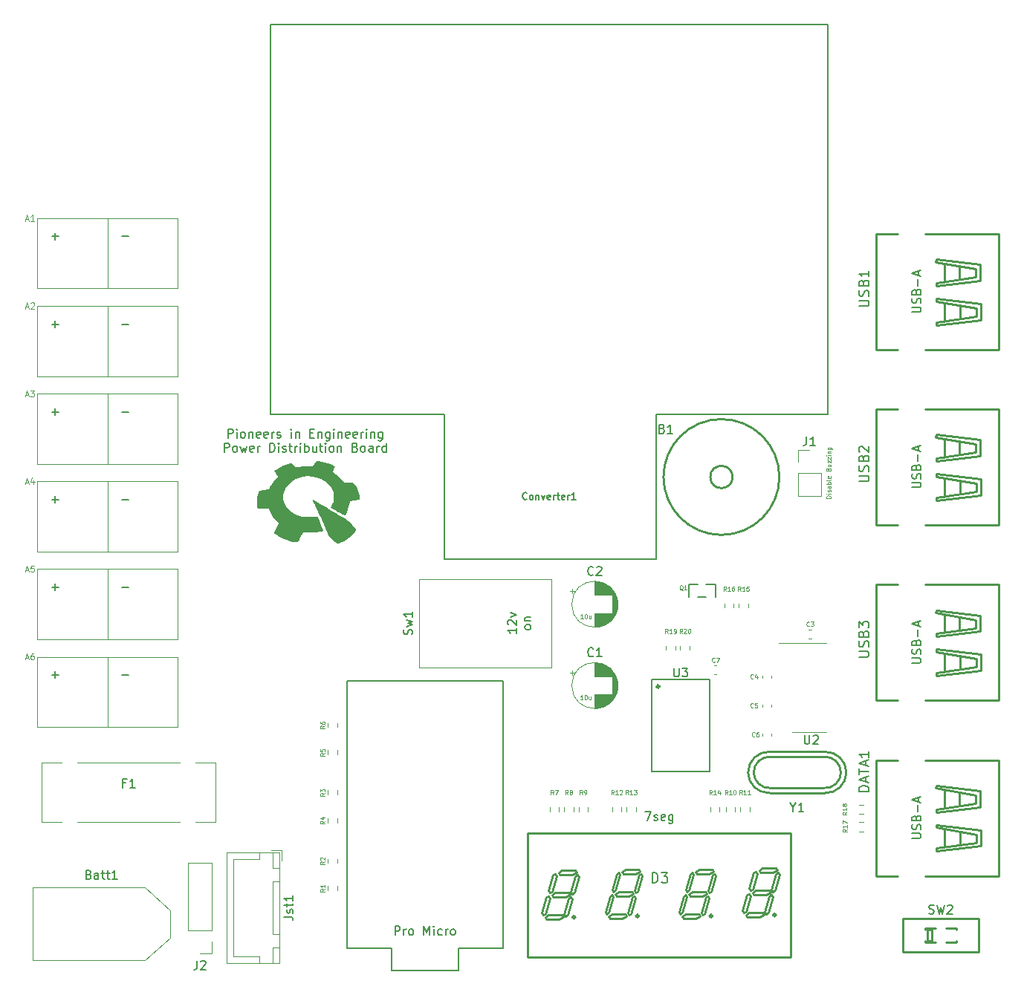
<source format=gbr>
%TF.GenerationSoftware,KiCad,Pcbnew,6.0.9-8da3e8f707~117~ubuntu20.04.1*%
%TF.CreationDate,2023-01-29T22:52:03-08:00*%
%TF.ProjectId,PDB,5044422e-6b69-4636-9164-5f7063625858,rev?*%
%TF.SameCoordinates,Original*%
%TF.FileFunction,Legend,Top*%
%TF.FilePolarity,Positive*%
%FSLAX46Y46*%
G04 Gerber Fmt 4.6, Leading zero omitted, Abs format (unit mm)*
G04 Created by KiCad (PCBNEW 6.0.9-8da3e8f707~117~ubuntu20.04.1) date 2023-01-29 22:52:03*
%MOMM*%
%LPD*%
G01*
G04 APERTURE LIST*
%ADD10C,0.100000*%
%ADD11C,0.150000*%
%ADD12C,0.152000*%
%ADD13C,0.120000*%
%ADD14C,0.200000*%
%ADD15C,0.254000*%
%ADD16C,0.300000*%
%ADD17C,0.127000*%
G04 APERTURE END LIST*
D10*
X150365590Y-51025857D02*
X149865590Y-51025857D01*
X149865590Y-50906809D01*
X149889400Y-50835380D01*
X149937019Y-50787761D01*
X149984638Y-50763952D01*
X150079876Y-50740142D01*
X150151304Y-50740142D01*
X150246542Y-50763952D01*
X150294161Y-50787761D01*
X150341780Y-50835380D01*
X150365590Y-50906809D01*
X150365590Y-51025857D01*
X150365590Y-50525857D02*
X150032257Y-50525857D01*
X149865590Y-50525857D02*
X149889400Y-50549666D01*
X149913209Y-50525857D01*
X149889400Y-50502047D01*
X149865590Y-50525857D01*
X149913209Y-50525857D01*
X150341780Y-50311571D02*
X150365590Y-50263952D01*
X150365590Y-50168714D01*
X150341780Y-50121095D01*
X150294161Y-50097285D01*
X150270352Y-50097285D01*
X150222733Y-50121095D01*
X150198923Y-50168714D01*
X150198923Y-50240142D01*
X150175114Y-50287761D01*
X150127495Y-50311571D01*
X150103685Y-50311571D01*
X150056066Y-50287761D01*
X150032257Y-50240142D01*
X150032257Y-50168714D01*
X150056066Y-50121095D01*
X150365590Y-49668714D02*
X150103685Y-49668714D01*
X150056066Y-49692523D01*
X150032257Y-49740142D01*
X150032257Y-49835380D01*
X150056066Y-49883000D01*
X150341780Y-49668714D02*
X150365590Y-49716333D01*
X150365590Y-49835380D01*
X150341780Y-49883000D01*
X150294161Y-49906809D01*
X150246542Y-49906809D01*
X150198923Y-49883000D01*
X150175114Y-49835380D01*
X150175114Y-49716333D01*
X150151304Y-49668714D01*
X150365590Y-49430619D02*
X149865590Y-49430619D01*
X150056066Y-49430619D02*
X150032257Y-49383000D01*
X150032257Y-49287761D01*
X150056066Y-49240142D01*
X150079876Y-49216333D01*
X150127495Y-49192523D01*
X150270352Y-49192523D01*
X150317971Y-49216333D01*
X150341780Y-49240142D01*
X150365590Y-49287761D01*
X150365590Y-49383000D01*
X150341780Y-49430619D01*
X150365590Y-48906809D02*
X150341780Y-48954428D01*
X150294161Y-48978238D01*
X149865590Y-48978238D01*
X150341780Y-48525857D02*
X150365590Y-48573476D01*
X150365590Y-48668714D01*
X150341780Y-48716333D01*
X150294161Y-48740142D01*
X150103685Y-48740142D01*
X150056066Y-48716333D01*
X150032257Y-48668714D01*
X150032257Y-48573476D01*
X150056066Y-48525857D01*
X150103685Y-48502047D01*
X150151304Y-48502047D01*
X150198923Y-48740142D01*
X150103685Y-47740142D02*
X150127495Y-47668714D01*
X150151304Y-47644904D01*
X150198923Y-47621095D01*
X150270352Y-47621095D01*
X150317971Y-47644904D01*
X150341780Y-47668714D01*
X150365590Y-47716333D01*
X150365590Y-47906809D01*
X149865590Y-47906809D01*
X149865590Y-47740142D01*
X149889400Y-47692523D01*
X149913209Y-47668714D01*
X149960828Y-47644904D01*
X150008447Y-47644904D01*
X150056066Y-47668714D01*
X150079876Y-47692523D01*
X150103685Y-47740142D01*
X150103685Y-47906809D01*
X150032257Y-47192523D02*
X150365590Y-47192523D01*
X150032257Y-47406809D02*
X150294161Y-47406809D01*
X150341780Y-47383000D01*
X150365590Y-47335380D01*
X150365590Y-47263952D01*
X150341780Y-47216333D01*
X150317971Y-47192523D01*
X150032257Y-47002047D02*
X150032257Y-46740142D01*
X150365590Y-47002047D01*
X150365590Y-46740142D01*
X150032257Y-46597285D02*
X150032257Y-46335380D01*
X150365590Y-46597285D01*
X150365590Y-46335380D01*
X150365590Y-46144904D02*
X150032257Y-46144904D01*
X149865590Y-46144904D02*
X149889400Y-46168714D01*
X149913209Y-46144904D01*
X149889400Y-46121095D01*
X149865590Y-46144904D01*
X149913209Y-46144904D01*
X150032257Y-45906809D02*
X150365590Y-45906809D01*
X150079876Y-45906809D02*
X150056066Y-45883000D01*
X150032257Y-45835380D01*
X150032257Y-45763952D01*
X150056066Y-45716333D01*
X150103685Y-45692523D01*
X150365590Y-45692523D01*
X150032257Y-45240142D02*
X150437019Y-45240142D01*
X150484638Y-45263952D01*
X150508447Y-45287761D01*
X150532257Y-45335380D01*
X150532257Y-45406809D01*
X150508447Y-45454428D01*
X150341780Y-45240142D02*
X150365590Y-45287761D01*
X150365590Y-45383000D01*
X150341780Y-45430619D01*
X150317971Y-45454428D01*
X150270352Y-45478238D01*
X150127495Y-45478238D01*
X150079876Y-45454428D01*
X150056066Y-45430619D01*
X150032257Y-45383000D01*
X150032257Y-45287761D01*
X150056066Y-45240142D01*
X122157371Y-64742190D02*
X121871657Y-64742190D01*
X122014514Y-64742190D02*
X122014514Y-64242190D01*
X121966895Y-64313619D01*
X121919276Y-64361238D01*
X121871657Y-64385047D01*
X122466895Y-64242190D02*
X122514514Y-64242190D01*
X122562133Y-64266000D01*
X122585942Y-64289809D01*
X122609752Y-64337428D01*
X122633561Y-64432666D01*
X122633561Y-64551714D01*
X122609752Y-64646952D01*
X122585942Y-64694571D01*
X122562133Y-64718380D01*
X122514514Y-64742190D01*
X122466895Y-64742190D01*
X122419276Y-64718380D01*
X122395466Y-64694571D01*
X122371657Y-64646952D01*
X122347847Y-64551714D01*
X122347847Y-64432666D01*
X122371657Y-64337428D01*
X122395466Y-64289809D01*
X122419276Y-64266000D01*
X122466895Y-64242190D01*
X123062133Y-64408857D02*
X123062133Y-64742190D01*
X122847847Y-64408857D02*
X122847847Y-64670761D01*
X122871657Y-64718380D01*
X122919276Y-64742190D01*
X122990704Y-64742190D01*
X123038323Y-64718380D01*
X123062133Y-64694571D01*
X122131971Y-73987790D02*
X121846257Y-73987790D01*
X121989114Y-73987790D02*
X121989114Y-73487790D01*
X121941495Y-73559219D01*
X121893876Y-73606838D01*
X121846257Y-73630647D01*
X122441495Y-73487790D02*
X122489114Y-73487790D01*
X122536733Y-73511600D01*
X122560542Y-73535409D01*
X122584352Y-73583028D01*
X122608161Y-73678266D01*
X122608161Y-73797314D01*
X122584352Y-73892552D01*
X122560542Y-73940171D01*
X122536733Y-73963980D01*
X122489114Y-73987790D01*
X122441495Y-73987790D01*
X122393876Y-73963980D01*
X122370066Y-73940171D01*
X122346257Y-73892552D01*
X122322447Y-73797314D01*
X122322447Y-73678266D01*
X122346257Y-73583028D01*
X122370066Y-73535409D01*
X122393876Y-73511600D01*
X122441495Y-73487790D01*
X123036733Y-73654457D02*
X123036733Y-73987790D01*
X122822447Y-73654457D02*
X122822447Y-73916361D01*
X122846257Y-73963980D01*
X122893876Y-73987790D01*
X122965304Y-73987790D01*
X123012923Y-73963980D01*
X123036733Y-73940171D01*
D11*
X81714285Y-44147380D02*
X81714285Y-43147380D01*
X82095238Y-43147380D01*
X82190476Y-43195000D01*
X82238095Y-43242619D01*
X82285714Y-43337857D01*
X82285714Y-43480714D01*
X82238095Y-43575952D01*
X82190476Y-43623571D01*
X82095238Y-43671190D01*
X81714285Y-43671190D01*
X82714285Y-44147380D02*
X82714285Y-43480714D01*
X82714285Y-43147380D02*
X82666666Y-43195000D01*
X82714285Y-43242619D01*
X82761904Y-43195000D01*
X82714285Y-43147380D01*
X82714285Y-43242619D01*
X83333333Y-44147380D02*
X83238095Y-44099761D01*
X83190476Y-44052142D01*
X83142857Y-43956904D01*
X83142857Y-43671190D01*
X83190476Y-43575952D01*
X83238095Y-43528333D01*
X83333333Y-43480714D01*
X83476190Y-43480714D01*
X83571428Y-43528333D01*
X83619047Y-43575952D01*
X83666666Y-43671190D01*
X83666666Y-43956904D01*
X83619047Y-44052142D01*
X83571428Y-44099761D01*
X83476190Y-44147380D01*
X83333333Y-44147380D01*
X84095238Y-43480714D02*
X84095238Y-44147380D01*
X84095238Y-43575952D02*
X84142857Y-43528333D01*
X84238095Y-43480714D01*
X84380952Y-43480714D01*
X84476190Y-43528333D01*
X84523809Y-43623571D01*
X84523809Y-44147380D01*
X85380952Y-44099761D02*
X85285714Y-44147380D01*
X85095238Y-44147380D01*
X85000000Y-44099761D01*
X84952380Y-44004523D01*
X84952380Y-43623571D01*
X85000000Y-43528333D01*
X85095238Y-43480714D01*
X85285714Y-43480714D01*
X85380952Y-43528333D01*
X85428571Y-43623571D01*
X85428571Y-43718809D01*
X84952380Y-43814047D01*
X86238095Y-44099761D02*
X86142857Y-44147380D01*
X85952380Y-44147380D01*
X85857142Y-44099761D01*
X85809523Y-44004523D01*
X85809523Y-43623571D01*
X85857142Y-43528333D01*
X85952380Y-43480714D01*
X86142857Y-43480714D01*
X86238095Y-43528333D01*
X86285714Y-43623571D01*
X86285714Y-43718809D01*
X85809523Y-43814047D01*
X86714285Y-44147380D02*
X86714285Y-43480714D01*
X86714285Y-43671190D02*
X86761904Y-43575952D01*
X86809523Y-43528333D01*
X86904761Y-43480714D01*
X87000000Y-43480714D01*
X87285714Y-44099761D02*
X87380952Y-44147380D01*
X87571428Y-44147380D01*
X87666666Y-44099761D01*
X87714285Y-44004523D01*
X87714285Y-43956904D01*
X87666666Y-43861666D01*
X87571428Y-43814047D01*
X87428571Y-43814047D01*
X87333333Y-43766428D01*
X87285714Y-43671190D01*
X87285714Y-43623571D01*
X87333333Y-43528333D01*
X87428571Y-43480714D01*
X87571428Y-43480714D01*
X87666666Y-43528333D01*
X88904761Y-44147380D02*
X88904761Y-43480714D01*
X88904761Y-43147380D02*
X88857142Y-43195000D01*
X88904761Y-43242619D01*
X88952380Y-43195000D01*
X88904761Y-43147380D01*
X88904761Y-43242619D01*
X89380952Y-43480714D02*
X89380952Y-44147380D01*
X89380952Y-43575952D02*
X89428571Y-43528333D01*
X89523809Y-43480714D01*
X89666666Y-43480714D01*
X89761904Y-43528333D01*
X89809523Y-43623571D01*
X89809523Y-44147380D01*
X91047619Y-43623571D02*
X91380952Y-43623571D01*
X91523809Y-44147380D02*
X91047619Y-44147380D01*
X91047619Y-43147380D01*
X91523809Y-43147380D01*
X91952380Y-43480714D02*
X91952380Y-44147380D01*
X91952380Y-43575952D02*
X92000000Y-43528333D01*
X92095238Y-43480714D01*
X92238095Y-43480714D01*
X92333333Y-43528333D01*
X92380952Y-43623571D01*
X92380952Y-44147380D01*
X93285714Y-43480714D02*
X93285714Y-44290238D01*
X93238095Y-44385476D01*
X93190476Y-44433095D01*
X93095238Y-44480714D01*
X92952380Y-44480714D01*
X92857142Y-44433095D01*
X93285714Y-44099761D02*
X93190476Y-44147380D01*
X93000000Y-44147380D01*
X92904761Y-44099761D01*
X92857142Y-44052142D01*
X92809523Y-43956904D01*
X92809523Y-43671190D01*
X92857142Y-43575952D01*
X92904761Y-43528333D01*
X93000000Y-43480714D01*
X93190476Y-43480714D01*
X93285714Y-43528333D01*
X93761904Y-44147380D02*
X93761904Y-43480714D01*
X93761904Y-43147380D02*
X93714285Y-43195000D01*
X93761904Y-43242619D01*
X93809523Y-43195000D01*
X93761904Y-43147380D01*
X93761904Y-43242619D01*
X94238095Y-43480714D02*
X94238095Y-44147380D01*
X94238095Y-43575952D02*
X94285714Y-43528333D01*
X94380952Y-43480714D01*
X94523809Y-43480714D01*
X94619047Y-43528333D01*
X94666666Y-43623571D01*
X94666666Y-44147380D01*
X95523809Y-44099761D02*
X95428571Y-44147380D01*
X95238095Y-44147380D01*
X95142857Y-44099761D01*
X95095238Y-44004523D01*
X95095238Y-43623571D01*
X95142857Y-43528333D01*
X95238095Y-43480714D01*
X95428571Y-43480714D01*
X95523809Y-43528333D01*
X95571428Y-43623571D01*
X95571428Y-43718809D01*
X95095238Y-43814047D01*
X96380952Y-44099761D02*
X96285714Y-44147380D01*
X96095238Y-44147380D01*
X96000000Y-44099761D01*
X95952380Y-44004523D01*
X95952380Y-43623571D01*
X96000000Y-43528333D01*
X96095238Y-43480714D01*
X96285714Y-43480714D01*
X96380952Y-43528333D01*
X96428571Y-43623571D01*
X96428571Y-43718809D01*
X95952380Y-43814047D01*
X96857142Y-44147380D02*
X96857142Y-43480714D01*
X96857142Y-43671190D02*
X96904761Y-43575952D01*
X96952380Y-43528333D01*
X97047619Y-43480714D01*
X97142857Y-43480714D01*
X97476190Y-44147380D02*
X97476190Y-43480714D01*
X97476190Y-43147380D02*
X97428571Y-43195000D01*
X97476190Y-43242619D01*
X97523809Y-43195000D01*
X97476190Y-43147380D01*
X97476190Y-43242619D01*
X97952380Y-43480714D02*
X97952380Y-44147380D01*
X97952380Y-43575952D02*
X98000000Y-43528333D01*
X98095238Y-43480714D01*
X98238095Y-43480714D01*
X98333333Y-43528333D01*
X98380952Y-43623571D01*
X98380952Y-44147380D01*
X99285714Y-43480714D02*
X99285714Y-44290238D01*
X99238095Y-44385476D01*
X99190476Y-44433095D01*
X99095238Y-44480714D01*
X98952380Y-44480714D01*
X98857142Y-44433095D01*
X99285714Y-44099761D02*
X99190476Y-44147380D01*
X99000000Y-44147380D01*
X98904761Y-44099761D01*
X98857142Y-44052142D01*
X98809523Y-43956904D01*
X98809523Y-43671190D01*
X98857142Y-43575952D01*
X98904761Y-43528333D01*
X99000000Y-43480714D01*
X99190476Y-43480714D01*
X99285714Y-43528333D01*
X81285714Y-45757380D02*
X81285714Y-44757380D01*
X81666666Y-44757380D01*
X81761904Y-44805000D01*
X81809523Y-44852619D01*
X81857142Y-44947857D01*
X81857142Y-45090714D01*
X81809523Y-45185952D01*
X81761904Y-45233571D01*
X81666666Y-45281190D01*
X81285714Y-45281190D01*
X82428571Y-45757380D02*
X82333333Y-45709761D01*
X82285714Y-45662142D01*
X82238095Y-45566904D01*
X82238095Y-45281190D01*
X82285714Y-45185952D01*
X82333333Y-45138333D01*
X82428571Y-45090714D01*
X82571428Y-45090714D01*
X82666666Y-45138333D01*
X82714285Y-45185952D01*
X82761904Y-45281190D01*
X82761904Y-45566904D01*
X82714285Y-45662142D01*
X82666666Y-45709761D01*
X82571428Y-45757380D01*
X82428571Y-45757380D01*
X83095238Y-45090714D02*
X83285714Y-45757380D01*
X83476190Y-45281190D01*
X83666666Y-45757380D01*
X83857142Y-45090714D01*
X84619047Y-45709761D02*
X84523809Y-45757380D01*
X84333333Y-45757380D01*
X84238095Y-45709761D01*
X84190476Y-45614523D01*
X84190476Y-45233571D01*
X84238095Y-45138333D01*
X84333333Y-45090714D01*
X84523809Y-45090714D01*
X84619047Y-45138333D01*
X84666666Y-45233571D01*
X84666666Y-45328809D01*
X84190476Y-45424047D01*
X85095238Y-45757380D02*
X85095238Y-45090714D01*
X85095238Y-45281190D02*
X85142857Y-45185952D01*
X85190476Y-45138333D01*
X85285714Y-45090714D01*
X85380952Y-45090714D01*
X86476190Y-45757380D02*
X86476190Y-44757380D01*
X86714285Y-44757380D01*
X86857142Y-44805000D01*
X86952380Y-44900238D01*
X87000000Y-44995476D01*
X87047619Y-45185952D01*
X87047619Y-45328809D01*
X87000000Y-45519285D01*
X86952380Y-45614523D01*
X86857142Y-45709761D01*
X86714285Y-45757380D01*
X86476190Y-45757380D01*
X87476190Y-45757380D02*
X87476190Y-45090714D01*
X87476190Y-44757380D02*
X87428571Y-44805000D01*
X87476190Y-44852619D01*
X87523809Y-44805000D01*
X87476190Y-44757380D01*
X87476190Y-44852619D01*
X87904761Y-45709761D02*
X88000000Y-45757380D01*
X88190476Y-45757380D01*
X88285714Y-45709761D01*
X88333333Y-45614523D01*
X88333333Y-45566904D01*
X88285714Y-45471666D01*
X88190476Y-45424047D01*
X88047619Y-45424047D01*
X87952380Y-45376428D01*
X87904761Y-45281190D01*
X87904761Y-45233571D01*
X87952380Y-45138333D01*
X88047619Y-45090714D01*
X88190476Y-45090714D01*
X88285714Y-45138333D01*
X88619047Y-45090714D02*
X89000000Y-45090714D01*
X88761904Y-44757380D02*
X88761904Y-45614523D01*
X88809523Y-45709761D01*
X88904761Y-45757380D01*
X89000000Y-45757380D01*
X89333333Y-45757380D02*
X89333333Y-45090714D01*
X89333333Y-45281190D02*
X89380952Y-45185952D01*
X89428571Y-45138333D01*
X89523809Y-45090714D01*
X89619047Y-45090714D01*
X89952380Y-45757380D02*
X89952380Y-45090714D01*
X89952380Y-44757380D02*
X89904761Y-44805000D01*
X89952380Y-44852619D01*
X90000000Y-44805000D01*
X89952380Y-44757380D01*
X89952380Y-44852619D01*
X90428571Y-45757380D02*
X90428571Y-44757380D01*
X90428571Y-45138333D02*
X90523809Y-45090714D01*
X90714285Y-45090714D01*
X90809523Y-45138333D01*
X90857142Y-45185952D01*
X90904761Y-45281190D01*
X90904761Y-45566904D01*
X90857142Y-45662142D01*
X90809523Y-45709761D01*
X90714285Y-45757380D01*
X90523809Y-45757380D01*
X90428571Y-45709761D01*
X91761904Y-45090714D02*
X91761904Y-45757380D01*
X91333333Y-45090714D02*
X91333333Y-45614523D01*
X91380952Y-45709761D01*
X91476190Y-45757380D01*
X91619047Y-45757380D01*
X91714285Y-45709761D01*
X91761904Y-45662142D01*
X92095238Y-45090714D02*
X92476190Y-45090714D01*
X92238095Y-44757380D02*
X92238095Y-45614523D01*
X92285714Y-45709761D01*
X92380952Y-45757380D01*
X92476190Y-45757380D01*
X92809523Y-45757380D02*
X92809523Y-45090714D01*
X92809523Y-44757380D02*
X92761904Y-44805000D01*
X92809523Y-44852619D01*
X92857142Y-44805000D01*
X92809523Y-44757380D01*
X92809523Y-44852619D01*
X93428571Y-45757380D02*
X93333333Y-45709761D01*
X93285714Y-45662142D01*
X93238095Y-45566904D01*
X93238095Y-45281190D01*
X93285714Y-45185952D01*
X93333333Y-45138333D01*
X93428571Y-45090714D01*
X93571428Y-45090714D01*
X93666666Y-45138333D01*
X93714285Y-45185952D01*
X93761904Y-45281190D01*
X93761904Y-45566904D01*
X93714285Y-45662142D01*
X93666666Y-45709761D01*
X93571428Y-45757380D01*
X93428571Y-45757380D01*
X94190476Y-45090714D02*
X94190476Y-45757380D01*
X94190476Y-45185952D02*
X94238095Y-45138333D01*
X94333333Y-45090714D01*
X94476190Y-45090714D01*
X94571428Y-45138333D01*
X94619047Y-45233571D01*
X94619047Y-45757380D01*
X96190476Y-45233571D02*
X96333333Y-45281190D01*
X96380952Y-45328809D01*
X96428571Y-45424047D01*
X96428571Y-45566904D01*
X96380952Y-45662142D01*
X96333333Y-45709761D01*
X96238095Y-45757380D01*
X95857142Y-45757380D01*
X95857142Y-44757380D01*
X96190476Y-44757380D01*
X96285714Y-44805000D01*
X96333333Y-44852619D01*
X96380952Y-44947857D01*
X96380952Y-45043095D01*
X96333333Y-45138333D01*
X96285714Y-45185952D01*
X96190476Y-45233571D01*
X95857142Y-45233571D01*
X97000000Y-45757380D02*
X96904761Y-45709761D01*
X96857142Y-45662142D01*
X96809523Y-45566904D01*
X96809523Y-45281190D01*
X96857142Y-45185952D01*
X96904761Y-45138333D01*
X97000000Y-45090714D01*
X97142857Y-45090714D01*
X97238095Y-45138333D01*
X97285714Y-45185952D01*
X97333333Y-45281190D01*
X97333333Y-45566904D01*
X97285714Y-45662142D01*
X97238095Y-45709761D01*
X97142857Y-45757380D01*
X97000000Y-45757380D01*
X98190476Y-45757380D02*
X98190476Y-45233571D01*
X98142857Y-45138333D01*
X98047619Y-45090714D01*
X97857142Y-45090714D01*
X97761904Y-45138333D01*
X98190476Y-45709761D02*
X98095238Y-45757380D01*
X97857142Y-45757380D01*
X97761904Y-45709761D01*
X97714285Y-45614523D01*
X97714285Y-45519285D01*
X97761904Y-45424047D01*
X97857142Y-45376428D01*
X98095238Y-45376428D01*
X98190476Y-45328809D01*
X98666666Y-45757380D02*
X98666666Y-45090714D01*
X98666666Y-45281190D02*
X98714285Y-45185952D01*
X98761904Y-45138333D01*
X98857142Y-45090714D01*
X98952380Y-45090714D01*
X99714285Y-45757380D02*
X99714285Y-44757380D01*
X99714285Y-45709761D02*
X99619047Y-45757380D01*
X99428571Y-45757380D01*
X99333333Y-45709761D01*
X99285714Y-45662142D01*
X99238095Y-45566904D01*
X99238095Y-45281190D01*
X99285714Y-45185952D01*
X99333333Y-45138333D01*
X99428571Y-45090714D01*
X99619047Y-45090714D01*
X99714285Y-45138333D01*
X100735238Y-100833180D02*
X100735238Y-99833180D01*
X101116190Y-99833180D01*
X101211428Y-99880800D01*
X101259047Y-99928419D01*
X101306666Y-100023657D01*
X101306666Y-100166514D01*
X101259047Y-100261752D01*
X101211428Y-100309371D01*
X101116190Y-100356990D01*
X100735238Y-100356990D01*
X101735238Y-100833180D02*
X101735238Y-100166514D01*
X101735238Y-100356990D02*
X101782857Y-100261752D01*
X101830476Y-100214133D01*
X101925714Y-100166514D01*
X102020952Y-100166514D01*
X102497142Y-100833180D02*
X102401904Y-100785561D01*
X102354285Y-100737942D01*
X102306666Y-100642704D01*
X102306666Y-100356990D01*
X102354285Y-100261752D01*
X102401904Y-100214133D01*
X102497142Y-100166514D01*
X102640000Y-100166514D01*
X102735238Y-100214133D01*
X102782857Y-100261752D01*
X102830476Y-100356990D01*
X102830476Y-100642704D01*
X102782857Y-100737942D01*
X102735238Y-100785561D01*
X102640000Y-100833180D01*
X102497142Y-100833180D01*
X104020952Y-100833180D02*
X104020952Y-99833180D01*
X104354285Y-100547466D01*
X104687619Y-99833180D01*
X104687619Y-100833180D01*
X105163809Y-100833180D02*
X105163809Y-100166514D01*
X105163809Y-99833180D02*
X105116190Y-99880800D01*
X105163809Y-99928419D01*
X105211428Y-99880800D01*
X105163809Y-99833180D01*
X105163809Y-99928419D01*
X106068571Y-100785561D02*
X105973333Y-100833180D01*
X105782857Y-100833180D01*
X105687619Y-100785561D01*
X105640000Y-100737942D01*
X105592380Y-100642704D01*
X105592380Y-100356990D01*
X105640000Y-100261752D01*
X105687619Y-100214133D01*
X105782857Y-100166514D01*
X105973333Y-100166514D01*
X106068571Y-100214133D01*
X106497142Y-100833180D02*
X106497142Y-100166514D01*
X106497142Y-100356990D02*
X106544761Y-100261752D01*
X106592380Y-100214133D01*
X106687619Y-100166514D01*
X106782857Y-100166514D01*
X107259047Y-100833180D02*
X107163809Y-100785561D01*
X107116190Y-100737942D01*
X107068571Y-100642704D01*
X107068571Y-100356990D01*
X107116190Y-100261752D01*
X107163809Y-100214133D01*
X107259047Y-100166514D01*
X107401904Y-100166514D01*
X107497142Y-100214133D01*
X107544761Y-100261752D01*
X107592380Y-100356990D01*
X107592380Y-100642704D01*
X107544761Y-100737942D01*
X107497142Y-100785561D01*
X107401904Y-100833180D01*
X107259047Y-100833180D01*
X114582380Y-65849428D02*
X114582380Y-66420857D01*
X114582380Y-66135142D02*
X113582380Y-66135142D01*
X113725238Y-66230380D01*
X113820476Y-66325619D01*
X113868095Y-66420857D01*
X113677619Y-65468476D02*
X113630000Y-65420857D01*
X113582380Y-65325619D01*
X113582380Y-65087523D01*
X113630000Y-64992285D01*
X113677619Y-64944666D01*
X113772857Y-64897047D01*
X113868095Y-64897047D01*
X114010952Y-64944666D01*
X114582380Y-65516095D01*
X114582380Y-64897047D01*
X113915714Y-64563714D02*
X114582380Y-64325619D01*
X113915714Y-64087523D01*
X116192380Y-65801809D02*
X116144761Y-65897047D01*
X116097142Y-65944666D01*
X116001904Y-65992285D01*
X115716190Y-65992285D01*
X115620952Y-65944666D01*
X115573333Y-65897047D01*
X115525714Y-65801809D01*
X115525714Y-65658952D01*
X115573333Y-65563714D01*
X115620952Y-65516095D01*
X115716190Y-65468476D01*
X116001904Y-65468476D01*
X116097142Y-65516095D01*
X116144761Y-65563714D01*
X116192380Y-65658952D01*
X116192380Y-65801809D01*
X115525714Y-65039904D02*
X116192380Y-65039904D01*
X115620952Y-65039904D02*
X115573333Y-64992285D01*
X115525714Y-64897047D01*
X115525714Y-64754190D01*
X115573333Y-64658952D01*
X115668571Y-64611333D01*
X116192380Y-64611333D01*
D10*
%TO.C,R11*%
X140267571Y-84808190D02*
X140100904Y-84570095D01*
X139981857Y-84808190D02*
X139981857Y-84308190D01*
X140172333Y-84308190D01*
X140219952Y-84332000D01*
X140243761Y-84355809D01*
X140267571Y-84403428D01*
X140267571Y-84474857D01*
X140243761Y-84522476D01*
X140219952Y-84546285D01*
X140172333Y-84570095D01*
X139981857Y-84570095D01*
X140743761Y-84808190D02*
X140458047Y-84808190D01*
X140600904Y-84808190D02*
X140600904Y-84308190D01*
X140553285Y-84379619D01*
X140505666Y-84427238D01*
X140458047Y-84451047D01*
X141219952Y-84808190D02*
X140934238Y-84808190D01*
X141077095Y-84808190D02*
X141077095Y-84308190D01*
X141029476Y-84379619D01*
X140981857Y-84427238D01*
X140934238Y-84451047D01*
D11*
%TO.C,C2*%
X123322221Y-59726142D02*
X123274602Y-59773761D01*
X123131745Y-59821380D01*
X123036507Y-59821380D01*
X122893649Y-59773761D01*
X122798411Y-59678523D01*
X122750792Y-59583285D01*
X122703173Y-59392809D01*
X122703173Y-59249952D01*
X122750792Y-59059476D01*
X122798411Y-58964238D01*
X122893649Y-58869000D01*
X123036507Y-58821380D01*
X123131745Y-58821380D01*
X123274602Y-58869000D01*
X123322221Y-58916619D01*
X123703173Y-58916619D02*
X123750792Y-58869000D01*
X123846030Y-58821380D01*
X124084126Y-58821380D01*
X124179364Y-58869000D01*
X124226983Y-58916619D01*
X124274602Y-59011857D01*
X124274602Y-59107095D01*
X124226983Y-59249952D01*
X123655554Y-59821380D01*
X124274602Y-59821380D01*
%TO.C,J1*%
X147621666Y-44005780D02*
X147621666Y-44720066D01*
X147574047Y-44862923D01*
X147478809Y-44958161D01*
X147335952Y-45005780D01*
X147240714Y-45005780D01*
X148621666Y-45005780D02*
X148050238Y-45005780D01*
X148335952Y-45005780D02*
X148335952Y-44005780D01*
X148240714Y-44148638D01*
X148145476Y-44243876D01*
X148050238Y-44291495D01*
D12*
%TO.C,USB2*%
X153574071Y-49127057D02*
X154499357Y-49127057D01*
X154608214Y-49072628D01*
X154662642Y-49018200D01*
X154717071Y-48909342D01*
X154717071Y-48691628D01*
X154662642Y-48582771D01*
X154608214Y-48528342D01*
X154499357Y-48473914D01*
X153574071Y-48473914D01*
X154662642Y-47984057D02*
X154717071Y-47820771D01*
X154717071Y-47548628D01*
X154662642Y-47439771D01*
X154608214Y-47385342D01*
X154499357Y-47330914D01*
X154390500Y-47330914D01*
X154281642Y-47385342D01*
X154227214Y-47439771D01*
X154172785Y-47548628D01*
X154118357Y-47766342D01*
X154063928Y-47875200D01*
X154009500Y-47929628D01*
X153900642Y-47984057D01*
X153791785Y-47984057D01*
X153682928Y-47929628D01*
X153628500Y-47875200D01*
X153574071Y-47766342D01*
X153574071Y-47494200D01*
X153628500Y-47330914D01*
X154118357Y-46460057D02*
X154172785Y-46296771D01*
X154227214Y-46242342D01*
X154336071Y-46187914D01*
X154499357Y-46187914D01*
X154608214Y-46242342D01*
X154662642Y-46296771D01*
X154717071Y-46405628D01*
X154717071Y-46841057D01*
X153574071Y-46841057D01*
X153574071Y-46460057D01*
X153628500Y-46351200D01*
X153682928Y-46296771D01*
X153791785Y-46242342D01*
X153900642Y-46242342D01*
X154009500Y-46296771D01*
X154063928Y-46351200D01*
X154118357Y-46460057D01*
X154118357Y-46841057D01*
X153682928Y-45752485D02*
X153628500Y-45698057D01*
X153574071Y-45589200D01*
X153574071Y-45317057D01*
X153628500Y-45208200D01*
X153682928Y-45153771D01*
X153791785Y-45099342D01*
X153900642Y-45099342D01*
X154063928Y-45153771D01*
X154717071Y-45806914D01*
X154717071Y-45099342D01*
D11*
X159652380Y-49807523D02*
X160461904Y-49807523D01*
X160557142Y-49759904D01*
X160604761Y-49712285D01*
X160652380Y-49617047D01*
X160652380Y-49426571D01*
X160604761Y-49331333D01*
X160557142Y-49283714D01*
X160461904Y-49236095D01*
X159652380Y-49236095D01*
X160604761Y-48807523D02*
X160652380Y-48664666D01*
X160652380Y-48426571D01*
X160604761Y-48331333D01*
X160557142Y-48283714D01*
X160461904Y-48236095D01*
X160366666Y-48236095D01*
X160271428Y-48283714D01*
X160223809Y-48331333D01*
X160176190Y-48426571D01*
X160128571Y-48617047D01*
X160080952Y-48712285D01*
X160033333Y-48759904D01*
X159938095Y-48807523D01*
X159842857Y-48807523D01*
X159747619Y-48759904D01*
X159700000Y-48712285D01*
X159652380Y-48617047D01*
X159652380Y-48378952D01*
X159700000Y-48236095D01*
X160128571Y-47474190D02*
X160176190Y-47331333D01*
X160223809Y-47283714D01*
X160319047Y-47236095D01*
X160461904Y-47236095D01*
X160557142Y-47283714D01*
X160604761Y-47331333D01*
X160652380Y-47426571D01*
X160652380Y-47807523D01*
X159652380Y-47807523D01*
X159652380Y-47474190D01*
X159700000Y-47378952D01*
X159747619Y-47331333D01*
X159842857Y-47283714D01*
X159938095Y-47283714D01*
X160033333Y-47331333D01*
X160080952Y-47378952D01*
X160128571Y-47474190D01*
X160128571Y-47807523D01*
X160271428Y-46807523D02*
X160271428Y-46045619D01*
X160366666Y-45617047D02*
X160366666Y-45140857D01*
X160652380Y-45712285D02*
X159652380Y-45378952D01*
X160652380Y-45045619D01*
D10*
%TO.C,R7*%
X118788666Y-84808190D02*
X118622000Y-84570095D01*
X118502952Y-84808190D02*
X118502952Y-84308190D01*
X118693428Y-84308190D01*
X118741047Y-84332000D01*
X118764857Y-84355809D01*
X118788666Y-84403428D01*
X118788666Y-84474857D01*
X118764857Y-84522476D01*
X118741047Y-84546285D01*
X118693428Y-84570095D01*
X118502952Y-84570095D01*
X118955333Y-84308190D02*
X119288666Y-84308190D01*
X119074380Y-84808190D01*
%TO.C,R6*%
X92732990Y-76981333D02*
X92494895Y-77148000D01*
X92732990Y-77267047D02*
X92232990Y-77267047D01*
X92232990Y-77076571D01*
X92256800Y-77028952D01*
X92280609Y-77005142D01*
X92328228Y-76981333D01*
X92399657Y-76981333D01*
X92447276Y-77005142D01*
X92471085Y-77028952D01*
X92494895Y-77076571D01*
X92494895Y-77267047D01*
X92232990Y-76552761D02*
X92232990Y-76648000D01*
X92256800Y-76695619D01*
X92280609Y-76719428D01*
X92352038Y-76767047D01*
X92447276Y-76790857D01*
X92637752Y-76790857D01*
X92685371Y-76767047D01*
X92709180Y-76743238D01*
X92732990Y-76695619D01*
X92732990Y-76600380D01*
X92709180Y-76552761D01*
X92685371Y-76528952D01*
X92637752Y-76505142D01*
X92518704Y-76505142D01*
X92471085Y-76528952D01*
X92447276Y-76552761D01*
X92423466Y-76600380D01*
X92423466Y-76695619D01*
X92447276Y-76743238D01*
X92471085Y-76767047D01*
X92518704Y-76790857D01*
D11*
%TO.C,Jst1*%
X88092380Y-98753809D02*
X88806666Y-98753809D01*
X88949523Y-98801428D01*
X89044761Y-98896666D01*
X89092380Y-99039523D01*
X89092380Y-99134761D01*
X89044761Y-98325238D02*
X89092380Y-98230000D01*
X89092380Y-98039523D01*
X89044761Y-97944285D01*
X88949523Y-97896666D01*
X88901904Y-97896666D01*
X88806666Y-97944285D01*
X88759047Y-98039523D01*
X88759047Y-98182380D01*
X88711428Y-98277619D01*
X88616190Y-98325238D01*
X88568571Y-98325238D01*
X88473333Y-98277619D01*
X88425714Y-98182380D01*
X88425714Y-98039523D01*
X88473333Y-97944285D01*
X88425714Y-97610952D02*
X88425714Y-97230000D01*
X88092380Y-97468095D02*
X88949523Y-97468095D01*
X89044761Y-97420476D01*
X89092380Y-97325238D01*
X89092380Y-97230000D01*
X89092380Y-96372857D02*
X89092380Y-96944285D01*
X89092380Y-96658571D02*
X88092380Y-96658571D01*
X88235238Y-96753809D01*
X88330476Y-96849047D01*
X88378095Y-96944285D01*
D12*
%TO.C,D3*%
X130037942Y-94878071D02*
X130037942Y-93735071D01*
X130310085Y-93735071D01*
X130473371Y-93789500D01*
X130582228Y-93898357D01*
X130636657Y-94007214D01*
X130691085Y-94224928D01*
X130691085Y-94388214D01*
X130636657Y-94605928D01*
X130582228Y-94714785D01*
X130473371Y-94823642D01*
X130310085Y-94878071D01*
X130037942Y-94878071D01*
X131072085Y-93735071D02*
X131779657Y-93735071D01*
X131398657Y-94170500D01*
X131561942Y-94170500D01*
X131670800Y-94224928D01*
X131725228Y-94279357D01*
X131779657Y-94388214D01*
X131779657Y-94660357D01*
X131725228Y-94769214D01*
X131670800Y-94823642D01*
X131561942Y-94878071D01*
X131235371Y-94878071D01*
X131126514Y-94823642D01*
X131072085Y-94769214D01*
D11*
X129241752Y-86777580D02*
X129908419Y-86777580D01*
X129479847Y-87777580D01*
X130241752Y-87729961D02*
X130336990Y-87777580D01*
X130527466Y-87777580D01*
X130622704Y-87729961D01*
X130670323Y-87634723D01*
X130670323Y-87587104D01*
X130622704Y-87491866D01*
X130527466Y-87444247D01*
X130384609Y-87444247D01*
X130289371Y-87396628D01*
X130241752Y-87301390D01*
X130241752Y-87253771D01*
X130289371Y-87158533D01*
X130384609Y-87110914D01*
X130527466Y-87110914D01*
X130622704Y-87158533D01*
X131479847Y-87729961D02*
X131384609Y-87777580D01*
X131194133Y-87777580D01*
X131098895Y-87729961D01*
X131051276Y-87634723D01*
X131051276Y-87253771D01*
X131098895Y-87158533D01*
X131194133Y-87110914D01*
X131384609Y-87110914D01*
X131479847Y-87158533D01*
X131527466Y-87253771D01*
X131527466Y-87349009D01*
X131051276Y-87444247D01*
X132384609Y-87110914D02*
X132384609Y-87920438D01*
X132336990Y-88015676D01*
X132289371Y-88063295D01*
X132194133Y-88110914D01*
X132051276Y-88110914D01*
X131956038Y-88063295D01*
X132384609Y-87729961D02*
X132289371Y-87777580D01*
X132098895Y-87777580D01*
X132003657Y-87729961D01*
X131956038Y-87682342D01*
X131908419Y-87587104D01*
X131908419Y-87301390D01*
X131956038Y-87206152D01*
X132003657Y-87158533D01*
X132098895Y-87110914D01*
X132289371Y-87110914D01*
X132384609Y-87158533D01*
D10*
%TO.C,C3*%
X147933666Y-65583571D02*
X147909857Y-65607380D01*
X147838428Y-65631190D01*
X147790809Y-65631190D01*
X147719380Y-65607380D01*
X147671761Y-65559761D01*
X147647952Y-65512142D01*
X147624142Y-65416904D01*
X147624142Y-65345476D01*
X147647952Y-65250238D01*
X147671761Y-65202619D01*
X147719380Y-65155000D01*
X147790809Y-65131190D01*
X147838428Y-65131190D01*
X147909857Y-65155000D01*
X147933666Y-65178809D01*
X148100333Y-65131190D02*
X148409857Y-65131190D01*
X148243190Y-65321666D01*
X148314619Y-65321666D01*
X148362238Y-65345476D01*
X148386047Y-65369285D01*
X148409857Y-65416904D01*
X148409857Y-65535952D01*
X148386047Y-65583571D01*
X148362238Y-65607380D01*
X148314619Y-65631190D01*
X148171761Y-65631190D01*
X148124142Y-65607380D01*
X148100333Y-65583571D01*
D11*
%TO.C,B1*%
X131167238Y-43108571D02*
X131310095Y-43156190D01*
X131357714Y-43203809D01*
X131405333Y-43299047D01*
X131405333Y-43441904D01*
X131357714Y-43537142D01*
X131310095Y-43584761D01*
X131214857Y-43632380D01*
X130833904Y-43632380D01*
X130833904Y-42632380D01*
X131167238Y-42632380D01*
X131262476Y-42680000D01*
X131310095Y-42727619D01*
X131357714Y-42822857D01*
X131357714Y-42918095D01*
X131310095Y-43013333D01*
X131262476Y-43060952D01*
X131167238Y-43108571D01*
X130833904Y-43108571D01*
X132357714Y-43632380D02*
X131786285Y-43632380D01*
X132072000Y-43632380D02*
X132072000Y-42632380D01*
X131976761Y-42775238D01*
X131881523Y-42870476D01*
X131786285Y-42918095D01*
%TO.C,Y1*%
X146081809Y-86259990D02*
X146081809Y-86736180D01*
X145748476Y-85736180D02*
X146081809Y-86259990D01*
X146415142Y-85736180D01*
X147272285Y-86736180D02*
X146700857Y-86736180D01*
X146986571Y-86736180D02*
X146986571Y-85736180D01*
X146891333Y-85879038D01*
X146796095Y-85974276D01*
X146700857Y-86021895D01*
D10*
%TO.C,R12*%
X125662571Y-84808190D02*
X125495904Y-84570095D01*
X125376857Y-84808190D02*
X125376857Y-84308190D01*
X125567333Y-84308190D01*
X125614952Y-84332000D01*
X125638761Y-84355809D01*
X125662571Y-84403428D01*
X125662571Y-84474857D01*
X125638761Y-84522476D01*
X125614952Y-84546285D01*
X125567333Y-84570095D01*
X125376857Y-84570095D01*
X126138761Y-84808190D02*
X125853047Y-84808190D01*
X125995904Y-84808190D02*
X125995904Y-84308190D01*
X125948285Y-84379619D01*
X125900666Y-84427238D01*
X125853047Y-84451047D01*
X126329238Y-84355809D02*
X126353047Y-84332000D01*
X126400666Y-84308190D01*
X126519714Y-84308190D01*
X126567333Y-84332000D01*
X126591142Y-84355809D01*
X126614952Y-84403428D01*
X126614952Y-84451047D01*
X126591142Y-84522476D01*
X126305428Y-84808190D01*
X126614952Y-84808190D01*
%TO.C,R2*%
X92732990Y-92476333D02*
X92494895Y-92643000D01*
X92732990Y-92762047D02*
X92232990Y-92762047D01*
X92232990Y-92571571D01*
X92256800Y-92523952D01*
X92280609Y-92500142D01*
X92328228Y-92476333D01*
X92399657Y-92476333D01*
X92447276Y-92500142D01*
X92471085Y-92523952D01*
X92494895Y-92571571D01*
X92494895Y-92762047D01*
X92280609Y-92285857D02*
X92256800Y-92262047D01*
X92232990Y-92214428D01*
X92232990Y-92095380D01*
X92256800Y-92047761D01*
X92280609Y-92023952D01*
X92328228Y-92000142D01*
X92375847Y-92000142D01*
X92447276Y-92023952D01*
X92732990Y-92309666D01*
X92732990Y-92000142D01*
%TO.C,C5*%
X141550666Y-74854571D02*
X141526857Y-74878380D01*
X141455428Y-74902190D01*
X141407809Y-74902190D01*
X141336380Y-74878380D01*
X141288761Y-74830761D01*
X141264952Y-74783142D01*
X141241142Y-74687904D01*
X141241142Y-74616476D01*
X141264952Y-74521238D01*
X141288761Y-74473619D01*
X141336380Y-74426000D01*
X141407809Y-74402190D01*
X141455428Y-74402190D01*
X141526857Y-74426000D01*
X141550666Y-74449809D01*
X142003047Y-74402190D02*
X141764952Y-74402190D01*
X141741142Y-74640285D01*
X141764952Y-74616476D01*
X141812571Y-74592666D01*
X141931619Y-74592666D01*
X141979238Y-74616476D01*
X142003047Y-74640285D01*
X142026857Y-74687904D01*
X142026857Y-74806952D01*
X142003047Y-74854571D01*
X141979238Y-74878380D01*
X141931619Y-74902190D01*
X141812571Y-74902190D01*
X141764952Y-74878380D01*
X141741142Y-74854571D01*
D12*
%TO.C,USB3*%
X153574071Y-69127057D02*
X154499357Y-69127057D01*
X154608214Y-69072628D01*
X154662642Y-69018200D01*
X154717071Y-68909342D01*
X154717071Y-68691628D01*
X154662642Y-68582771D01*
X154608214Y-68528342D01*
X154499357Y-68473914D01*
X153574071Y-68473914D01*
X154662642Y-67984057D02*
X154717071Y-67820771D01*
X154717071Y-67548628D01*
X154662642Y-67439771D01*
X154608214Y-67385342D01*
X154499357Y-67330914D01*
X154390500Y-67330914D01*
X154281642Y-67385342D01*
X154227214Y-67439771D01*
X154172785Y-67548628D01*
X154118357Y-67766342D01*
X154063928Y-67875200D01*
X154009500Y-67929628D01*
X153900642Y-67984057D01*
X153791785Y-67984057D01*
X153682928Y-67929628D01*
X153628500Y-67875200D01*
X153574071Y-67766342D01*
X153574071Y-67494200D01*
X153628500Y-67330914D01*
X154118357Y-66460057D02*
X154172785Y-66296771D01*
X154227214Y-66242342D01*
X154336071Y-66187914D01*
X154499357Y-66187914D01*
X154608214Y-66242342D01*
X154662642Y-66296771D01*
X154717071Y-66405628D01*
X154717071Y-66841057D01*
X153574071Y-66841057D01*
X153574071Y-66460057D01*
X153628500Y-66351200D01*
X153682928Y-66296771D01*
X153791785Y-66242342D01*
X153900642Y-66242342D01*
X154009500Y-66296771D01*
X154063928Y-66351200D01*
X154118357Y-66460057D01*
X154118357Y-66841057D01*
X153574071Y-65806914D02*
X153574071Y-65099342D01*
X154009500Y-65480342D01*
X154009500Y-65317057D01*
X154063928Y-65208200D01*
X154118357Y-65153771D01*
X154227214Y-65099342D01*
X154499357Y-65099342D01*
X154608214Y-65153771D01*
X154662642Y-65208200D01*
X154717071Y-65317057D01*
X154717071Y-65643628D01*
X154662642Y-65752485D01*
X154608214Y-65806914D01*
D11*
X159652380Y-69807523D02*
X160461904Y-69807523D01*
X160557142Y-69759904D01*
X160604761Y-69712285D01*
X160652380Y-69617047D01*
X160652380Y-69426571D01*
X160604761Y-69331333D01*
X160557142Y-69283714D01*
X160461904Y-69236095D01*
X159652380Y-69236095D01*
X160604761Y-68807523D02*
X160652380Y-68664666D01*
X160652380Y-68426571D01*
X160604761Y-68331333D01*
X160557142Y-68283714D01*
X160461904Y-68236095D01*
X160366666Y-68236095D01*
X160271428Y-68283714D01*
X160223809Y-68331333D01*
X160176190Y-68426571D01*
X160128571Y-68617047D01*
X160080952Y-68712285D01*
X160033333Y-68759904D01*
X159938095Y-68807523D01*
X159842857Y-68807523D01*
X159747619Y-68759904D01*
X159700000Y-68712285D01*
X159652380Y-68617047D01*
X159652380Y-68378952D01*
X159700000Y-68236095D01*
X160128571Y-67474190D02*
X160176190Y-67331333D01*
X160223809Y-67283714D01*
X160319047Y-67236095D01*
X160461904Y-67236095D01*
X160557142Y-67283714D01*
X160604761Y-67331333D01*
X160652380Y-67426571D01*
X160652380Y-67807523D01*
X159652380Y-67807523D01*
X159652380Y-67474190D01*
X159700000Y-67378952D01*
X159747619Y-67331333D01*
X159842857Y-67283714D01*
X159938095Y-67283714D01*
X160033333Y-67331333D01*
X160080952Y-67378952D01*
X160128571Y-67474190D01*
X160128571Y-67807523D01*
X160271428Y-66807523D02*
X160271428Y-66045619D01*
X160366666Y-65617047D02*
X160366666Y-65140857D01*
X160652380Y-65712285D02*
X159652380Y-65378952D01*
X160652380Y-65045619D01*
D13*
%TO.C,A2*%
X58631200Y-29225066D02*
X58964533Y-29225066D01*
X58564533Y-29425066D02*
X58797866Y-28725066D01*
X59031200Y-29425066D01*
X59231200Y-28791733D02*
X59264533Y-28758400D01*
X59331200Y-28725066D01*
X59497866Y-28725066D01*
X59564533Y-28758400D01*
X59597866Y-28791733D01*
X59631200Y-28858400D01*
X59631200Y-28925066D01*
X59597866Y-29025066D01*
X59197866Y-29425066D01*
X59631200Y-29425066D01*
D14*
X61619047Y-31184828D02*
X62380952Y-31184828D01*
X62000000Y-31565780D02*
X62000000Y-30803876D01*
X69619047Y-31184828D02*
X70380952Y-31184828D01*
D10*
%TO.C,R5*%
X92732990Y-80093333D02*
X92494895Y-80260000D01*
X92732990Y-80379047D02*
X92232990Y-80379047D01*
X92232990Y-80188571D01*
X92256800Y-80140952D01*
X92280609Y-80117142D01*
X92328228Y-80093333D01*
X92399657Y-80093333D01*
X92447276Y-80117142D01*
X92471085Y-80140952D01*
X92494895Y-80188571D01*
X92494895Y-80379047D01*
X92232990Y-79640952D02*
X92232990Y-79879047D01*
X92471085Y-79902857D01*
X92447276Y-79879047D01*
X92423466Y-79831428D01*
X92423466Y-79712380D01*
X92447276Y-79664761D01*
X92471085Y-79640952D01*
X92518704Y-79617142D01*
X92637752Y-79617142D01*
X92685371Y-79640952D01*
X92709180Y-79664761D01*
X92732990Y-79712380D01*
X92732990Y-79831428D01*
X92709180Y-79879047D01*
X92685371Y-79902857D01*
%TO.C,R3*%
X92732990Y-84665333D02*
X92494895Y-84832000D01*
X92732990Y-84951047D02*
X92232990Y-84951047D01*
X92232990Y-84760571D01*
X92256800Y-84712952D01*
X92280609Y-84689142D01*
X92328228Y-84665333D01*
X92399657Y-84665333D01*
X92447276Y-84689142D01*
X92471085Y-84712952D01*
X92494895Y-84760571D01*
X92494895Y-84951047D01*
X92232990Y-84498666D02*
X92232990Y-84189142D01*
X92423466Y-84355809D01*
X92423466Y-84284380D01*
X92447276Y-84236761D01*
X92471085Y-84212952D01*
X92518704Y-84189142D01*
X92637752Y-84189142D01*
X92685371Y-84212952D01*
X92709180Y-84236761D01*
X92732990Y-84284380D01*
X92732990Y-84427238D01*
X92709180Y-84474857D01*
X92685371Y-84498666D01*
D11*
%TO.C,F1*%
X70050066Y-83494571D02*
X69716733Y-83494571D01*
X69716733Y-84018380D02*
X69716733Y-83018380D01*
X70192923Y-83018380D01*
X71097685Y-84018380D02*
X70526257Y-84018380D01*
X70811971Y-84018380D02*
X70811971Y-83018380D01*
X70716733Y-83161238D01*
X70621495Y-83256476D01*
X70526257Y-83304095D01*
D10*
%TO.C,R10*%
X138616571Y-84808190D02*
X138449904Y-84570095D01*
X138330857Y-84808190D02*
X138330857Y-84308190D01*
X138521333Y-84308190D01*
X138568952Y-84332000D01*
X138592761Y-84355809D01*
X138616571Y-84403428D01*
X138616571Y-84474857D01*
X138592761Y-84522476D01*
X138568952Y-84546285D01*
X138521333Y-84570095D01*
X138330857Y-84570095D01*
X139092761Y-84808190D02*
X138807047Y-84808190D01*
X138949904Y-84808190D02*
X138949904Y-84308190D01*
X138902285Y-84379619D01*
X138854666Y-84427238D01*
X138807047Y-84451047D01*
X139402285Y-84308190D02*
X139449904Y-84308190D01*
X139497523Y-84332000D01*
X139521333Y-84355809D01*
X139545142Y-84403428D01*
X139568952Y-84498666D01*
X139568952Y-84617714D01*
X139545142Y-84712952D01*
X139521333Y-84760571D01*
X139497523Y-84784380D01*
X139449904Y-84808190D01*
X139402285Y-84808190D01*
X139354666Y-84784380D01*
X139330857Y-84760571D01*
X139307047Y-84712952D01*
X139283238Y-84617714D01*
X139283238Y-84498666D01*
X139307047Y-84403428D01*
X139330857Y-84355809D01*
X139354666Y-84332000D01*
X139402285Y-84308190D01*
%TO.C,R14*%
X136838571Y-84808190D02*
X136671904Y-84570095D01*
X136552857Y-84808190D02*
X136552857Y-84308190D01*
X136743333Y-84308190D01*
X136790952Y-84332000D01*
X136814761Y-84355809D01*
X136838571Y-84403428D01*
X136838571Y-84474857D01*
X136814761Y-84522476D01*
X136790952Y-84546285D01*
X136743333Y-84570095D01*
X136552857Y-84570095D01*
X137314761Y-84808190D02*
X137029047Y-84808190D01*
X137171904Y-84808190D02*
X137171904Y-84308190D01*
X137124285Y-84379619D01*
X137076666Y-84427238D01*
X137029047Y-84451047D01*
X137743333Y-84474857D02*
X137743333Y-84808190D01*
X137624285Y-84284380D02*
X137505238Y-84641523D01*
X137814761Y-84641523D01*
D13*
%TO.C,A4*%
X58631200Y-49240266D02*
X58964533Y-49240266D01*
X58564533Y-49440266D02*
X58797866Y-48740266D01*
X59031200Y-49440266D01*
X59564533Y-48973600D02*
X59564533Y-49440266D01*
X59397866Y-48706933D02*
X59231200Y-49206933D01*
X59664533Y-49206933D01*
D14*
X61619047Y-51184828D02*
X62380952Y-51184828D01*
X62000000Y-51565780D02*
X62000000Y-50803876D01*
X69619047Y-51184828D02*
X70380952Y-51184828D01*
D12*
%TO.C,USB1*%
X153574071Y-29127057D02*
X154499357Y-29127057D01*
X154608214Y-29072628D01*
X154662642Y-29018200D01*
X154717071Y-28909342D01*
X154717071Y-28691628D01*
X154662642Y-28582771D01*
X154608214Y-28528342D01*
X154499357Y-28473914D01*
X153574071Y-28473914D01*
X154662642Y-27984057D02*
X154717071Y-27820771D01*
X154717071Y-27548628D01*
X154662642Y-27439771D01*
X154608214Y-27385342D01*
X154499357Y-27330914D01*
X154390500Y-27330914D01*
X154281642Y-27385342D01*
X154227214Y-27439771D01*
X154172785Y-27548628D01*
X154118357Y-27766342D01*
X154063928Y-27875200D01*
X154009500Y-27929628D01*
X153900642Y-27984057D01*
X153791785Y-27984057D01*
X153682928Y-27929628D01*
X153628500Y-27875200D01*
X153574071Y-27766342D01*
X153574071Y-27494200D01*
X153628500Y-27330914D01*
X154118357Y-26460057D02*
X154172785Y-26296771D01*
X154227214Y-26242342D01*
X154336071Y-26187914D01*
X154499357Y-26187914D01*
X154608214Y-26242342D01*
X154662642Y-26296771D01*
X154717071Y-26405628D01*
X154717071Y-26841057D01*
X153574071Y-26841057D01*
X153574071Y-26460057D01*
X153628500Y-26351200D01*
X153682928Y-26296771D01*
X153791785Y-26242342D01*
X153900642Y-26242342D01*
X154009500Y-26296771D01*
X154063928Y-26351200D01*
X154118357Y-26460057D01*
X154118357Y-26841057D01*
X154717071Y-25099342D02*
X154717071Y-25752485D01*
X154717071Y-25425914D02*
X153574071Y-25425914D01*
X153737357Y-25534771D01*
X153846214Y-25643628D01*
X153900642Y-25752485D01*
D11*
X159652380Y-29807523D02*
X160461904Y-29807523D01*
X160557142Y-29759904D01*
X160604761Y-29712285D01*
X160652380Y-29617047D01*
X160652380Y-29426571D01*
X160604761Y-29331333D01*
X160557142Y-29283714D01*
X160461904Y-29236095D01*
X159652380Y-29236095D01*
X160604761Y-28807523D02*
X160652380Y-28664666D01*
X160652380Y-28426571D01*
X160604761Y-28331333D01*
X160557142Y-28283714D01*
X160461904Y-28236095D01*
X160366666Y-28236095D01*
X160271428Y-28283714D01*
X160223809Y-28331333D01*
X160176190Y-28426571D01*
X160128571Y-28617047D01*
X160080952Y-28712285D01*
X160033333Y-28759904D01*
X159938095Y-28807523D01*
X159842857Y-28807523D01*
X159747619Y-28759904D01*
X159700000Y-28712285D01*
X159652380Y-28617047D01*
X159652380Y-28378952D01*
X159700000Y-28236095D01*
X160128571Y-27474190D02*
X160176190Y-27331333D01*
X160223809Y-27283714D01*
X160319047Y-27236095D01*
X160461904Y-27236095D01*
X160557142Y-27283714D01*
X160604761Y-27331333D01*
X160652380Y-27426571D01*
X160652380Y-27807523D01*
X159652380Y-27807523D01*
X159652380Y-27474190D01*
X159700000Y-27378952D01*
X159747619Y-27331333D01*
X159842857Y-27283714D01*
X159938095Y-27283714D01*
X160033333Y-27331333D01*
X160080952Y-27378952D01*
X160128571Y-27474190D01*
X160128571Y-27807523D01*
X160271428Y-26807523D02*
X160271428Y-26045619D01*
X160366666Y-25617047D02*
X160366666Y-25140857D01*
X160652380Y-25712285D02*
X159652380Y-25378952D01*
X160652380Y-25045619D01*
%TO.C,U3*%
X132511895Y-70388980D02*
X132511895Y-71198504D01*
X132559514Y-71293742D01*
X132607133Y-71341361D01*
X132702371Y-71388980D01*
X132892847Y-71388980D01*
X132988085Y-71341361D01*
X133035704Y-71293742D01*
X133083323Y-71198504D01*
X133083323Y-70388980D01*
X133464276Y-70388980D02*
X134083323Y-70388980D01*
X133749990Y-70769933D01*
X133892847Y-70769933D01*
X133988085Y-70817552D01*
X134035704Y-70865171D01*
X134083323Y-70960409D01*
X134083323Y-71198504D01*
X134035704Y-71293742D01*
X133988085Y-71341361D01*
X133892847Y-71388980D01*
X133607133Y-71388980D01*
X133511895Y-71341361D01*
X133464276Y-71293742D01*
D10*
%TO.C,R20*%
X133460371Y-66418590D02*
X133293704Y-66180495D01*
X133174657Y-66418590D02*
X133174657Y-65918590D01*
X133365133Y-65918590D01*
X133412752Y-65942400D01*
X133436561Y-65966209D01*
X133460371Y-66013828D01*
X133460371Y-66085257D01*
X133436561Y-66132876D01*
X133412752Y-66156685D01*
X133365133Y-66180495D01*
X133174657Y-66180495D01*
X133650847Y-65966209D02*
X133674657Y-65942400D01*
X133722276Y-65918590D01*
X133841323Y-65918590D01*
X133888942Y-65942400D01*
X133912752Y-65966209D01*
X133936561Y-66013828D01*
X133936561Y-66061447D01*
X133912752Y-66132876D01*
X133627038Y-66418590D01*
X133936561Y-66418590D01*
X134246085Y-65918590D02*
X134293704Y-65918590D01*
X134341323Y-65942400D01*
X134365133Y-65966209D01*
X134388942Y-66013828D01*
X134412752Y-66109066D01*
X134412752Y-66228114D01*
X134388942Y-66323352D01*
X134365133Y-66370971D01*
X134341323Y-66394780D01*
X134293704Y-66418590D01*
X134246085Y-66418590D01*
X134198466Y-66394780D01*
X134174657Y-66370971D01*
X134150847Y-66323352D01*
X134127038Y-66228114D01*
X134127038Y-66109066D01*
X134150847Y-66013828D01*
X134174657Y-65966209D01*
X134198466Y-65942400D01*
X134246085Y-65918590D01*
D11*
%TO.C,C1*%
X123322221Y-68997142D02*
X123274602Y-69044761D01*
X123131745Y-69092380D01*
X123036507Y-69092380D01*
X122893649Y-69044761D01*
X122798411Y-68949523D01*
X122750792Y-68854285D01*
X122703173Y-68663809D01*
X122703173Y-68520952D01*
X122750792Y-68330476D01*
X122798411Y-68235238D01*
X122893649Y-68140000D01*
X123036507Y-68092380D01*
X123131745Y-68092380D01*
X123274602Y-68140000D01*
X123322221Y-68187619D01*
X124274602Y-69092380D02*
X123703173Y-69092380D01*
X123988888Y-69092380D02*
X123988888Y-68092380D01*
X123893649Y-68235238D01*
X123798411Y-68330476D01*
X123703173Y-68378095D01*
D10*
%TO.C,R17*%
X152219790Y-88789628D02*
X151981695Y-88956295D01*
X152219790Y-89075342D02*
X151719790Y-89075342D01*
X151719790Y-88884866D01*
X151743600Y-88837247D01*
X151767409Y-88813438D01*
X151815028Y-88789628D01*
X151886457Y-88789628D01*
X151934076Y-88813438D01*
X151957885Y-88837247D01*
X151981695Y-88884866D01*
X151981695Y-89075342D01*
X152219790Y-88313438D02*
X152219790Y-88599152D01*
X152219790Y-88456295D02*
X151719790Y-88456295D01*
X151791219Y-88503914D01*
X151838838Y-88551533D01*
X151862647Y-88599152D01*
X151719790Y-88146771D02*
X151719790Y-87813438D01*
X152219790Y-88027723D01*
%TO.C,C4*%
X141550666Y-71552571D02*
X141526857Y-71576380D01*
X141455428Y-71600190D01*
X141407809Y-71600190D01*
X141336380Y-71576380D01*
X141288761Y-71528761D01*
X141264952Y-71481142D01*
X141241142Y-71385904D01*
X141241142Y-71314476D01*
X141264952Y-71219238D01*
X141288761Y-71171619D01*
X141336380Y-71124000D01*
X141407809Y-71100190D01*
X141455428Y-71100190D01*
X141526857Y-71124000D01*
X141550666Y-71147809D01*
X141979238Y-71266857D02*
X141979238Y-71600190D01*
X141860190Y-71076380D02*
X141741142Y-71433523D01*
X142050666Y-71433523D01*
%TO.C,R1*%
X92732990Y-95587333D02*
X92494895Y-95754000D01*
X92732990Y-95873047D02*
X92232990Y-95873047D01*
X92232990Y-95682571D01*
X92256800Y-95634952D01*
X92280609Y-95611142D01*
X92328228Y-95587333D01*
X92399657Y-95587333D01*
X92447276Y-95611142D01*
X92471085Y-95634952D01*
X92494895Y-95682571D01*
X92494895Y-95873047D01*
X92732990Y-95111142D02*
X92732990Y-95396857D01*
X92732990Y-95254000D02*
X92232990Y-95254000D01*
X92304419Y-95301619D01*
X92352038Y-95349238D01*
X92375847Y-95396857D01*
D13*
%TO.C,A5*%
X58631200Y-59222466D02*
X58964533Y-59222466D01*
X58564533Y-59422466D02*
X58797866Y-58722466D01*
X59031200Y-59422466D01*
X59597866Y-58722466D02*
X59264533Y-58722466D01*
X59231200Y-59055800D01*
X59264533Y-59022466D01*
X59331200Y-58989133D01*
X59497866Y-58989133D01*
X59564533Y-59022466D01*
X59597866Y-59055800D01*
X59631200Y-59122466D01*
X59631200Y-59289133D01*
X59597866Y-59355800D01*
X59564533Y-59389133D01*
X59497866Y-59422466D01*
X59331200Y-59422466D01*
X59264533Y-59389133D01*
X59231200Y-59355800D01*
D14*
X69619047Y-61184828D02*
X70380952Y-61184828D01*
X61619047Y-61184828D02*
X62380952Y-61184828D01*
X62000000Y-61565780D02*
X62000000Y-60803876D01*
D10*
%TO.C,R19*%
X131809371Y-66443990D02*
X131642704Y-66205895D01*
X131523657Y-66443990D02*
X131523657Y-65943990D01*
X131714133Y-65943990D01*
X131761752Y-65967800D01*
X131785561Y-65991609D01*
X131809371Y-66039228D01*
X131809371Y-66110657D01*
X131785561Y-66158276D01*
X131761752Y-66182085D01*
X131714133Y-66205895D01*
X131523657Y-66205895D01*
X132285561Y-66443990D02*
X131999847Y-66443990D01*
X132142704Y-66443990D02*
X132142704Y-65943990D01*
X132095085Y-66015419D01*
X132047466Y-66063038D01*
X131999847Y-66086847D01*
X132523657Y-66443990D02*
X132618895Y-66443990D01*
X132666514Y-66420180D01*
X132690323Y-66396371D01*
X132737942Y-66324942D01*
X132761752Y-66229704D01*
X132761752Y-66039228D01*
X132737942Y-65991609D01*
X132714133Y-65967800D01*
X132666514Y-65943990D01*
X132571276Y-65943990D01*
X132523657Y-65967800D01*
X132499847Y-65991609D01*
X132476038Y-66039228D01*
X132476038Y-66158276D01*
X132499847Y-66205895D01*
X132523657Y-66229704D01*
X132571276Y-66253514D01*
X132666514Y-66253514D01*
X132714133Y-66229704D01*
X132737942Y-66205895D01*
X132761752Y-66158276D01*
%TO.C,C7*%
X137152866Y-69672971D02*
X137129057Y-69696780D01*
X137057628Y-69720590D01*
X137010009Y-69720590D01*
X136938580Y-69696780D01*
X136890961Y-69649161D01*
X136867152Y-69601542D01*
X136843342Y-69506304D01*
X136843342Y-69434876D01*
X136867152Y-69339638D01*
X136890961Y-69292019D01*
X136938580Y-69244400D01*
X137010009Y-69220590D01*
X137057628Y-69220590D01*
X137129057Y-69244400D01*
X137152866Y-69268209D01*
X137319533Y-69220590D02*
X137652866Y-69220590D01*
X137438580Y-69720590D01*
D11*
%TO.C,SW2*%
X161582266Y-98368161D02*
X161725123Y-98415780D01*
X161963219Y-98415780D01*
X162058457Y-98368161D01*
X162106076Y-98320542D01*
X162153695Y-98225304D01*
X162153695Y-98130066D01*
X162106076Y-98034828D01*
X162058457Y-97987209D01*
X161963219Y-97939590D01*
X161772742Y-97891971D01*
X161677504Y-97844352D01*
X161629885Y-97796733D01*
X161582266Y-97701495D01*
X161582266Y-97606257D01*
X161629885Y-97511019D01*
X161677504Y-97463400D01*
X161772742Y-97415780D01*
X162010838Y-97415780D01*
X162153695Y-97463400D01*
X162487028Y-97415780D02*
X162725123Y-98415780D01*
X162915600Y-97701495D01*
X163106076Y-98415780D01*
X163344171Y-97415780D01*
X163677504Y-97511019D02*
X163725123Y-97463400D01*
X163820361Y-97415780D01*
X164058457Y-97415780D01*
X164153695Y-97463400D01*
X164201314Y-97511019D01*
X164248933Y-97606257D01*
X164248933Y-97701495D01*
X164201314Y-97844352D01*
X163629885Y-98415780D01*
X164248933Y-98415780D01*
D10*
%TO.C,R4*%
X92732990Y-87840333D02*
X92494895Y-88007000D01*
X92732990Y-88126047D02*
X92232990Y-88126047D01*
X92232990Y-87935571D01*
X92256800Y-87887952D01*
X92280609Y-87864142D01*
X92328228Y-87840333D01*
X92399657Y-87840333D01*
X92447276Y-87864142D01*
X92471085Y-87887952D01*
X92494895Y-87935571D01*
X92494895Y-88126047D01*
X92399657Y-87411761D02*
X92732990Y-87411761D01*
X92209180Y-87530809D02*
X92566323Y-87649857D01*
X92566323Y-87340333D01*
D13*
%TO.C,A3*%
X58631200Y-39232666D02*
X58964533Y-39232666D01*
X58564533Y-39432666D02*
X58797866Y-38732666D01*
X59031200Y-39432666D01*
X59197866Y-38732666D02*
X59631200Y-38732666D01*
X59397866Y-38999333D01*
X59497866Y-38999333D01*
X59564533Y-39032666D01*
X59597866Y-39066000D01*
X59631200Y-39132666D01*
X59631200Y-39299333D01*
X59597866Y-39366000D01*
X59564533Y-39399333D01*
X59497866Y-39432666D01*
X59297866Y-39432666D01*
X59231200Y-39399333D01*
X59197866Y-39366000D01*
D14*
X69619047Y-41184828D02*
X70380952Y-41184828D01*
X61619047Y-41184828D02*
X62380952Y-41184828D01*
X62000000Y-41565780D02*
X62000000Y-40803876D01*
D11*
%TO.C,Converter1*%
X115756865Y-51106615D02*
X115719369Y-51144110D01*
X115606883Y-51181605D01*
X115531893Y-51181605D01*
X115419407Y-51144110D01*
X115344416Y-51069119D01*
X115306921Y-50994129D01*
X115269425Y-50844147D01*
X115269425Y-50731661D01*
X115306921Y-50581680D01*
X115344416Y-50506689D01*
X115419407Y-50431699D01*
X115531893Y-50394203D01*
X115606883Y-50394203D01*
X115719369Y-50431699D01*
X115756865Y-50469194D01*
X116206809Y-51181605D02*
X116131818Y-51144110D01*
X116094323Y-51106615D01*
X116056827Y-51031624D01*
X116056827Y-50806652D01*
X116094323Y-50731661D01*
X116131818Y-50694166D01*
X116206809Y-50656671D01*
X116319295Y-50656671D01*
X116394285Y-50694166D01*
X116431781Y-50731661D01*
X116469276Y-50806652D01*
X116469276Y-51031624D01*
X116431781Y-51106615D01*
X116394285Y-51144110D01*
X116319295Y-51181605D01*
X116206809Y-51181605D01*
X116806734Y-50656671D02*
X116806734Y-51181605D01*
X116806734Y-50731661D02*
X116844229Y-50694166D01*
X116919220Y-50656671D01*
X117031706Y-50656671D01*
X117106697Y-50694166D01*
X117144192Y-50769157D01*
X117144192Y-51181605D01*
X117444155Y-50656671D02*
X117631631Y-51181605D01*
X117819108Y-50656671D01*
X118419033Y-51144110D02*
X118344043Y-51181605D01*
X118194061Y-51181605D01*
X118119071Y-51144110D01*
X118081575Y-51069119D01*
X118081575Y-50769157D01*
X118119071Y-50694166D01*
X118194061Y-50656671D01*
X118344043Y-50656671D01*
X118419033Y-50694166D01*
X118456529Y-50769157D01*
X118456529Y-50844147D01*
X118081575Y-50919138D01*
X118793987Y-51181605D02*
X118793987Y-50656671D01*
X118793987Y-50806652D02*
X118831482Y-50731661D01*
X118868977Y-50694166D01*
X118943968Y-50656671D01*
X119018959Y-50656671D01*
X119168940Y-50656671D02*
X119468903Y-50656671D01*
X119281426Y-50394203D02*
X119281426Y-51069119D01*
X119318921Y-51144110D01*
X119393912Y-51181605D01*
X119468903Y-51181605D01*
X120031333Y-51144110D02*
X119956342Y-51181605D01*
X119806361Y-51181605D01*
X119731370Y-51144110D01*
X119693875Y-51069119D01*
X119693875Y-50769157D01*
X119731370Y-50694166D01*
X119806361Y-50656671D01*
X119956342Y-50656671D01*
X120031333Y-50694166D01*
X120068828Y-50769157D01*
X120068828Y-50844147D01*
X119693875Y-50919138D01*
X120406286Y-51181605D02*
X120406286Y-50656671D01*
X120406286Y-50806652D02*
X120443781Y-50731661D01*
X120481277Y-50694166D01*
X120556267Y-50656671D01*
X120631258Y-50656671D01*
X121306174Y-51181605D02*
X120856230Y-51181605D01*
X121081202Y-51181605D02*
X121081202Y-50394203D01*
X121006211Y-50506689D01*
X120931221Y-50581680D01*
X120856230Y-50619175D01*
D10*
%TO.C,R15*%
X140101771Y-61600590D02*
X139935104Y-61362495D01*
X139816057Y-61600590D02*
X139816057Y-61100590D01*
X140006533Y-61100590D01*
X140054152Y-61124400D01*
X140077961Y-61148209D01*
X140101771Y-61195828D01*
X140101771Y-61267257D01*
X140077961Y-61314876D01*
X140054152Y-61338685D01*
X140006533Y-61362495D01*
X139816057Y-61362495D01*
X140577961Y-61600590D02*
X140292247Y-61600590D01*
X140435104Y-61600590D02*
X140435104Y-61100590D01*
X140387485Y-61172019D01*
X140339866Y-61219638D01*
X140292247Y-61243447D01*
X141030342Y-61100590D02*
X140792247Y-61100590D01*
X140768438Y-61338685D01*
X140792247Y-61314876D01*
X140839866Y-61291066D01*
X140958914Y-61291066D01*
X141006533Y-61314876D01*
X141030342Y-61338685D01*
X141054152Y-61386304D01*
X141054152Y-61505352D01*
X141030342Y-61552971D01*
X141006533Y-61576780D01*
X140958914Y-61600590D01*
X140839866Y-61600590D01*
X140792247Y-61576780D01*
X140768438Y-61552971D01*
%TO.C,R9*%
X122090666Y-84808190D02*
X121924000Y-84570095D01*
X121804952Y-84808190D02*
X121804952Y-84308190D01*
X121995428Y-84308190D01*
X122043047Y-84332000D01*
X122066857Y-84355809D01*
X122090666Y-84403428D01*
X122090666Y-84474857D01*
X122066857Y-84522476D01*
X122043047Y-84546285D01*
X121995428Y-84570095D01*
X121804952Y-84570095D01*
X122328761Y-84808190D02*
X122424000Y-84808190D01*
X122471619Y-84784380D01*
X122495428Y-84760571D01*
X122543047Y-84689142D01*
X122566857Y-84593904D01*
X122566857Y-84403428D01*
X122543047Y-84355809D01*
X122519238Y-84332000D01*
X122471619Y-84308190D01*
X122376380Y-84308190D01*
X122328761Y-84332000D01*
X122304952Y-84355809D01*
X122281142Y-84403428D01*
X122281142Y-84522476D01*
X122304952Y-84570095D01*
X122328761Y-84593904D01*
X122376380Y-84617714D01*
X122471619Y-84617714D01*
X122519238Y-84593904D01*
X122543047Y-84570095D01*
X122566857Y-84522476D01*
%TO.C,Q1*%
X133517580Y-61521209D02*
X133469961Y-61497400D01*
X133422342Y-61449780D01*
X133350914Y-61378352D01*
X133303295Y-61354542D01*
X133255676Y-61354542D01*
X133279485Y-61473590D02*
X133231866Y-61449780D01*
X133184247Y-61402161D01*
X133160438Y-61306923D01*
X133160438Y-61140257D01*
X133184247Y-61045019D01*
X133231866Y-60997400D01*
X133279485Y-60973590D01*
X133374723Y-60973590D01*
X133422342Y-60997400D01*
X133469961Y-61045019D01*
X133493771Y-61140257D01*
X133493771Y-61306923D01*
X133469961Y-61402161D01*
X133422342Y-61449780D01*
X133374723Y-61473590D01*
X133279485Y-61473590D01*
X133969961Y-61473590D02*
X133684247Y-61473590D01*
X133827104Y-61473590D02*
X133827104Y-60973590D01*
X133779485Y-61045019D01*
X133731866Y-61092638D01*
X133684247Y-61116447D01*
D13*
%TO.C,A6*%
X58631200Y-69230066D02*
X58964533Y-69230066D01*
X58564533Y-69430066D02*
X58797866Y-68730066D01*
X59031200Y-69430066D01*
X59564533Y-68730066D02*
X59431200Y-68730066D01*
X59364533Y-68763400D01*
X59331200Y-68796733D01*
X59264533Y-68896733D01*
X59231200Y-69030066D01*
X59231200Y-69296733D01*
X59264533Y-69363400D01*
X59297866Y-69396733D01*
X59364533Y-69430066D01*
X59497866Y-69430066D01*
X59564533Y-69396733D01*
X59597866Y-69363400D01*
X59631200Y-69296733D01*
X59631200Y-69130066D01*
X59597866Y-69063400D01*
X59564533Y-69030066D01*
X59497866Y-68996733D01*
X59364533Y-68996733D01*
X59297866Y-69030066D01*
X59264533Y-69063400D01*
X59231200Y-69130066D01*
D14*
X69619047Y-71184828D02*
X70380952Y-71184828D01*
X61619047Y-71184828D02*
X62380952Y-71184828D01*
X62000000Y-71565780D02*
X62000000Y-70803876D01*
D13*
%TO.C,A1*%
X58631200Y-19217466D02*
X58964533Y-19217466D01*
X58564533Y-19417466D02*
X58797866Y-18717466D01*
X59031200Y-19417466D01*
X59631200Y-19417466D02*
X59231200Y-19417466D01*
X59431200Y-19417466D02*
X59431200Y-18717466D01*
X59364533Y-18817466D01*
X59297866Y-18884133D01*
X59231200Y-18917466D01*
D14*
X61619047Y-21184828D02*
X62380952Y-21184828D01*
X62000000Y-21565780D02*
X62000000Y-20803876D01*
X69619047Y-21184828D02*
X70380952Y-21184828D01*
D10*
%TO.C,R13*%
X127313571Y-84808190D02*
X127146904Y-84570095D01*
X127027857Y-84808190D02*
X127027857Y-84308190D01*
X127218333Y-84308190D01*
X127265952Y-84332000D01*
X127289761Y-84355809D01*
X127313571Y-84403428D01*
X127313571Y-84474857D01*
X127289761Y-84522476D01*
X127265952Y-84546285D01*
X127218333Y-84570095D01*
X127027857Y-84570095D01*
X127789761Y-84808190D02*
X127504047Y-84808190D01*
X127646904Y-84808190D02*
X127646904Y-84308190D01*
X127599285Y-84379619D01*
X127551666Y-84427238D01*
X127504047Y-84451047D01*
X127956428Y-84308190D02*
X128265952Y-84308190D01*
X128099285Y-84498666D01*
X128170714Y-84498666D01*
X128218333Y-84522476D01*
X128242142Y-84546285D01*
X128265952Y-84593904D01*
X128265952Y-84712952D01*
X128242142Y-84760571D01*
X128218333Y-84784380D01*
X128170714Y-84808190D01*
X128027857Y-84808190D01*
X127980238Y-84784380D01*
X127956428Y-84760571D01*
D11*
%TO.C,Sw1*%
X102665161Y-66563714D02*
X102712780Y-66420857D01*
X102712780Y-66182761D01*
X102665161Y-66087523D01*
X102617542Y-66039904D01*
X102522304Y-65992285D01*
X102427066Y-65992285D01*
X102331828Y-66039904D01*
X102284209Y-66087523D01*
X102236590Y-66182761D01*
X102188971Y-66373238D01*
X102141352Y-66468476D01*
X102093733Y-66516095D01*
X101998495Y-66563714D01*
X101903257Y-66563714D01*
X101808019Y-66516095D01*
X101760400Y-66468476D01*
X101712780Y-66373238D01*
X101712780Y-66135142D01*
X101760400Y-65992285D01*
X102046114Y-65658952D02*
X102712780Y-65468476D01*
X102236590Y-65278000D01*
X102712780Y-65087523D01*
X102046114Y-64897047D01*
X102712780Y-63992285D02*
X102712780Y-64563714D01*
X102712780Y-64278000D02*
X101712780Y-64278000D01*
X101855638Y-64373238D01*
X101950876Y-64468476D01*
X101998495Y-64563714D01*
%TO.C,U2*%
X147382095Y-78065380D02*
X147382095Y-78874904D01*
X147429714Y-78970142D01*
X147477333Y-79017761D01*
X147572571Y-79065380D01*
X147763047Y-79065380D01*
X147858285Y-79017761D01*
X147905904Y-78970142D01*
X147953523Y-78874904D01*
X147953523Y-78065380D01*
X148382095Y-78160619D02*
X148429714Y-78113000D01*
X148524952Y-78065380D01*
X148763047Y-78065380D01*
X148858285Y-78113000D01*
X148905904Y-78160619D01*
X148953523Y-78255857D01*
X148953523Y-78351095D01*
X148905904Y-78493952D01*
X148334476Y-79065380D01*
X148953523Y-79065380D01*
D10*
%TO.C,R16*%
X138450771Y-61600590D02*
X138284104Y-61362495D01*
X138165057Y-61600590D02*
X138165057Y-61100590D01*
X138355533Y-61100590D01*
X138403152Y-61124400D01*
X138426961Y-61148209D01*
X138450771Y-61195828D01*
X138450771Y-61267257D01*
X138426961Y-61314876D01*
X138403152Y-61338685D01*
X138355533Y-61362495D01*
X138165057Y-61362495D01*
X138926961Y-61600590D02*
X138641247Y-61600590D01*
X138784104Y-61600590D02*
X138784104Y-61100590D01*
X138736485Y-61172019D01*
X138688866Y-61219638D01*
X138641247Y-61243447D01*
X139355533Y-61100590D02*
X139260295Y-61100590D01*
X139212676Y-61124400D01*
X139188866Y-61148209D01*
X139141247Y-61219638D01*
X139117438Y-61314876D01*
X139117438Y-61505352D01*
X139141247Y-61552971D01*
X139165057Y-61576780D01*
X139212676Y-61600590D01*
X139307914Y-61600590D01*
X139355533Y-61576780D01*
X139379342Y-61552971D01*
X139403152Y-61505352D01*
X139403152Y-61386304D01*
X139379342Y-61338685D01*
X139355533Y-61314876D01*
X139307914Y-61291066D01*
X139212676Y-61291066D01*
X139165057Y-61314876D01*
X139141247Y-61338685D01*
X139117438Y-61386304D01*
D11*
%TO.C,Batt1*%
X65837428Y-93933971D02*
X65980285Y-93981590D01*
X66027904Y-94029209D01*
X66075523Y-94124447D01*
X66075523Y-94267304D01*
X66027904Y-94362542D01*
X65980285Y-94410161D01*
X65885047Y-94457780D01*
X65504095Y-94457780D01*
X65504095Y-93457780D01*
X65837428Y-93457780D01*
X65932666Y-93505400D01*
X65980285Y-93553019D01*
X66027904Y-93648257D01*
X66027904Y-93743495D01*
X65980285Y-93838733D01*
X65932666Y-93886352D01*
X65837428Y-93933971D01*
X65504095Y-93933971D01*
X66932666Y-94457780D02*
X66932666Y-93933971D01*
X66885047Y-93838733D01*
X66789809Y-93791114D01*
X66599333Y-93791114D01*
X66504095Y-93838733D01*
X66932666Y-94410161D02*
X66837428Y-94457780D01*
X66599333Y-94457780D01*
X66504095Y-94410161D01*
X66456476Y-94314923D01*
X66456476Y-94219685D01*
X66504095Y-94124447D01*
X66599333Y-94076828D01*
X66837428Y-94076828D01*
X66932666Y-94029209D01*
X67266000Y-93791114D02*
X67646952Y-93791114D01*
X67408857Y-93457780D02*
X67408857Y-94314923D01*
X67456476Y-94410161D01*
X67551714Y-94457780D01*
X67646952Y-94457780D01*
X67837428Y-93791114D02*
X68218380Y-93791114D01*
X67980285Y-93457780D02*
X67980285Y-94314923D01*
X68027904Y-94410161D01*
X68123142Y-94457780D01*
X68218380Y-94457780D01*
X69075523Y-94457780D02*
X68504095Y-94457780D01*
X68789809Y-94457780D02*
X68789809Y-93457780D01*
X68694571Y-93600638D01*
X68599333Y-93695876D01*
X68504095Y-93743495D01*
D10*
%TO.C,C6*%
X141710666Y-78156571D02*
X141686857Y-78180380D01*
X141615428Y-78204190D01*
X141567809Y-78204190D01*
X141496380Y-78180380D01*
X141448761Y-78132761D01*
X141424952Y-78085142D01*
X141401142Y-77989904D01*
X141401142Y-77918476D01*
X141424952Y-77823238D01*
X141448761Y-77775619D01*
X141496380Y-77728000D01*
X141567809Y-77704190D01*
X141615428Y-77704190D01*
X141686857Y-77728000D01*
X141710666Y-77751809D01*
X142139238Y-77704190D02*
X142044000Y-77704190D01*
X141996380Y-77728000D01*
X141972571Y-77751809D01*
X141924952Y-77823238D01*
X141901142Y-77918476D01*
X141901142Y-78108952D01*
X141924952Y-78156571D01*
X141948761Y-78180380D01*
X141996380Y-78204190D01*
X142091619Y-78204190D01*
X142139238Y-78180380D01*
X142163047Y-78156571D01*
X142186857Y-78108952D01*
X142186857Y-77989904D01*
X142163047Y-77942285D01*
X142139238Y-77918476D01*
X142091619Y-77894666D01*
X141996380Y-77894666D01*
X141948761Y-77918476D01*
X141924952Y-77942285D01*
X141901142Y-77989904D01*
D11*
%TO.C,J2*%
X78178066Y-103770180D02*
X78178066Y-104484466D01*
X78130447Y-104627323D01*
X78035209Y-104722561D01*
X77892352Y-104770180D01*
X77797114Y-104770180D01*
X78606638Y-103865419D02*
X78654257Y-103817800D01*
X78749495Y-103770180D01*
X78987590Y-103770180D01*
X79082828Y-103817800D01*
X79130447Y-103865419D01*
X79178066Y-103960657D01*
X79178066Y-104055895D01*
X79130447Y-104198752D01*
X78559019Y-104770180D01*
X79178066Y-104770180D01*
D10*
%TO.C,R18*%
X152194390Y-86808428D02*
X151956295Y-86975095D01*
X152194390Y-87094142D02*
X151694390Y-87094142D01*
X151694390Y-86903666D01*
X151718200Y-86856047D01*
X151742009Y-86832238D01*
X151789628Y-86808428D01*
X151861057Y-86808428D01*
X151908676Y-86832238D01*
X151932485Y-86856047D01*
X151956295Y-86903666D01*
X151956295Y-87094142D01*
X152194390Y-86332238D02*
X152194390Y-86617952D01*
X152194390Y-86475095D02*
X151694390Y-86475095D01*
X151765819Y-86522714D01*
X151813438Y-86570333D01*
X151837247Y-86617952D01*
X151908676Y-86046523D02*
X151884866Y-86094142D01*
X151861057Y-86117952D01*
X151813438Y-86141761D01*
X151789628Y-86141761D01*
X151742009Y-86117952D01*
X151718200Y-86094142D01*
X151694390Y-86046523D01*
X151694390Y-85951285D01*
X151718200Y-85903666D01*
X151742009Y-85879857D01*
X151789628Y-85856047D01*
X151813438Y-85856047D01*
X151861057Y-85879857D01*
X151884866Y-85903666D01*
X151908676Y-85951285D01*
X151908676Y-86046523D01*
X151932485Y-86094142D01*
X151956295Y-86117952D01*
X152003914Y-86141761D01*
X152099152Y-86141761D01*
X152146771Y-86117952D01*
X152170580Y-86094142D01*
X152194390Y-86046523D01*
X152194390Y-85951285D01*
X152170580Y-85903666D01*
X152146771Y-85879857D01*
X152099152Y-85856047D01*
X152003914Y-85856047D01*
X151956295Y-85879857D01*
X151932485Y-85903666D01*
X151908676Y-85951285D01*
D12*
%TO.C,DATA1*%
X154717071Y-84465057D02*
X153574071Y-84465057D01*
X153574071Y-84192914D01*
X153628500Y-84029628D01*
X153737357Y-83920771D01*
X153846214Y-83866342D01*
X154063928Y-83811914D01*
X154227214Y-83811914D01*
X154444928Y-83866342D01*
X154553785Y-83920771D01*
X154662642Y-84029628D01*
X154717071Y-84192914D01*
X154717071Y-84465057D01*
X154390500Y-83376485D02*
X154390500Y-82832200D01*
X154717071Y-83485342D02*
X153574071Y-83104342D01*
X154717071Y-82723342D01*
X153574071Y-82505628D02*
X153574071Y-81852485D01*
X154717071Y-82179057D02*
X153574071Y-82179057D01*
X154390500Y-81525914D02*
X154390500Y-80981628D01*
X154717071Y-81634771D02*
X153574071Y-81253771D01*
X154717071Y-80872771D01*
X154717071Y-79893057D02*
X154717071Y-80546200D01*
X154717071Y-80219628D02*
X153574071Y-80219628D01*
X153737357Y-80328485D01*
X153846214Y-80437342D01*
X153900642Y-80546200D01*
D11*
X159652380Y-89807523D02*
X160461904Y-89807523D01*
X160557142Y-89759904D01*
X160604761Y-89712285D01*
X160652380Y-89617047D01*
X160652380Y-89426571D01*
X160604761Y-89331333D01*
X160557142Y-89283714D01*
X160461904Y-89236095D01*
X159652380Y-89236095D01*
X160604761Y-88807523D02*
X160652380Y-88664666D01*
X160652380Y-88426571D01*
X160604761Y-88331333D01*
X160557142Y-88283714D01*
X160461904Y-88236095D01*
X160366666Y-88236095D01*
X160271428Y-88283714D01*
X160223809Y-88331333D01*
X160176190Y-88426571D01*
X160128571Y-88617047D01*
X160080952Y-88712285D01*
X160033333Y-88759904D01*
X159938095Y-88807523D01*
X159842857Y-88807523D01*
X159747619Y-88759904D01*
X159700000Y-88712285D01*
X159652380Y-88617047D01*
X159652380Y-88378952D01*
X159700000Y-88236095D01*
X160128571Y-87474190D02*
X160176190Y-87331333D01*
X160223809Y-87283714D01*
X160319047Y-87236095D01*
X160461904Y-87236095D01*
X160557142Y-87283714D01*
X160604761Y-87331333D01*
X160652380Y-87426571D01*
X160652380Y-87807523D01*
X159652380Y-87807523D01*
X159652380Y-87474190D01*
X159700000Y-87378952D01*
X159747619Y-87331333D01*
X159842857Y-87283714D01*
X159938095Y-87283714D01*
X160033333Y-87331333D01*
X160080952Y-87378952D01*
X160128571Y-87474190D01*
X160128571Y-87807523D01*
X160271428Y-86807523D02*
X160271428Y-86045619D01*
X160366666Y-85617047D02*
X160366666Y-85140857D01*
X160652380Y-85712285D02*
X159652380Y-85378952D01*
X160652380Y-85045619D01*
D10*
%TO.C,R8*%
X120439666Y-84808190D02*
X120273000Y-84570095D01*
X120153952Y-84808190D02*
X120153952Y-84308190D01*
X120344428Y-84308190D01*
X120392047Y-84332000D01*
X120415857Y-84355809D01*
X120439666Y-84403428D01*
X120439666Y-84474857D01*
X120415857Y-84522476D01*
X120392047Y-84546285D01*
X120344428Y-84570095D01*
X120153952Y-84570095D01*
X120725380Y-84522476D02*
X120677761Y-84498666D01*
X120653952Y-84474857D01*
X120630142Y-84427238D01*
X120630142Y-84403428D01*
X120653952Y-84355809D01*
X120677761Y-84332000D01*
X120725380Y-84308190D01*
X120820619Y-84308190D01*
X120868238Y-84332000D01*
X120892047Y-84355809D01*
X120915857Y-84403428D01*
X120915857Y-84427238D01*
X120892047Y-84474857D01*
X120868238Y-84498666D01*
X120820619Y-84522476D01*
X120725380Y-84522476D01*
X120677761Y-84546285D01*
X120653952Y-84570095D01*
X120630142Y-84617714D01*
X120630142Y-84712952D01*
X120653952Y-84760571D01*
X120677761Y-84784380D01*
X120725380Y-84808190D01*
X120820619Y-84808190D01*
X120868238Y-84784380D01*
X120892047Y-84760571D01*
X120915857Y-84712952D01*
X120915857Y-84617714D01*
X120892047Y-84570095D01*
X120868238Y-84546285D01*
X120820619Y-84522476D01*
D13*
%TO.C,R11*%
X140066500Y-86724258D02*
X140066500Y-86249742D01*
X141111500Y-86724258D02*
X141111500Y-86249742D01*
%TO.C,C2*%
X125089888Y-61084000D02*
X125089888Y-62079000D01*
X124489888Y-60737000D02*
X124489888Y-62079000D01*
X124008888Y-60591000D02*
X124008888Y-62079000D01*
X124449888Y-60721000D02*
X124449888Y-62079000D01*
X124809888Y-60895000D02*
X124809888Y-62079000D01*
X123608888Y-64159000D02*
X123608888Y-65697000D01*
X125329888Y-64159000D02*
X125329888Y-64945000D01*
X124609888Y-64159000D02*
X124609888Y-65448000D01*
X124649888Y-60809000D02*
X124649888Y-62079000D01*
X125889888Y-62108000D02*
X125889888Y-64130000D01*
X124609888Y-60790000D02*
X124609888Y-62079000D01*
X125009888Y-61024000D02*
X125009888Y-62079000D01*
X125089888Y-64159000D02*
X125089888Y-65154000D01*
X124088888Y-60608000D02*
X124088888Y-62079000D01*
X126009888Y-62442000D02*
X126009888Y-63796000D01*
X124569888Y-64159000D02*
X124569888Y-65467000D01*
X124289888Y-60664000D02*
X124289888Y-62079000D01*
X125289888Y-64159000D02*
X125289888Y-64983000D01*
X125489888Y-61466000D02*
X125489888Y-62079000D01*
X124168888Y-64159000D02*
X124168888Y-65610000D01*
X124689888Y-60829000D02*
X124689888Y-62079000D01*
X124889888Y-64159000D02*
X124889888Y-65294000D01*
X124849888Y-60919000D02*
X124849888Y-62079000D01*
X124969888Y-60997000D02*
X124969888Y-62079000D01*
X125849888Y-62021000D02*
X125849888Y-64217000D01*
X126049888Y-62601000D02*
X126049888Y-63637000D01*
X125449888Y-61420000D02*
X125449888Y-62079000D01*
X123528888Y-60539000D02*
X123528888Y-62079000D01*
X125689888Y-61736000D02*
X125689888Y-64502000D01*
X125169888Y-61148000D02*
X125169888Y-62079000D01*
X124209888Y-64159000D02*
X124209888Y-65599000D01*
X124529888Y-64159000D02*
X124529888Y-65484000D01*
X120684113Y-61644000D02*
X121184113Y-61644000D01*
X124729888Y-64159000D02*
X124729888Y-65387000D01*
X125649888Y-61676000D02*
X125649888Y-64562000D01*
X124128888Y-64159000D02*
X124128888Y-65620000D01*
X124409888Y-64159000D02*
X124409888Y-65533000D01*
X125409888Y-64159000D02*
X125409888Y-64862000D01*
X123488888Y-64159000D02*
X123488888Y-65699000D01*
X125809888Y-61941000D02*
X125809888Y-64297000D01*
X124329888Y-60677000D02*
X124329888Y-62079000D01*
X120934113Y-61394000D02*
X120934113Y-61894000D01*
X125129888Y-64159000D02*
X125129888Y-65123000D01*
X124969888Y-64159000D02*
X124969888Y-65241000D01*
X124649888Y-64159000D02*
X124649888Y-65429000D01*
X125729888Y-61800000D02*
X125729888Y-64438000D01*
X124929888Y-64159000D02*
X124929888Y-65268000D01*
X124529888Y-60754000D02*
X124529888Y-62079000D01*
X124369888Y-60691000D02*
X124369888Y-62079000D01*
X125609888Y-61619000D02*
X125609888Y-64619000D01*
X123968888Y-64159000D02*
X123968888Y-65655000D01*
X124689888Y-64159000D02*
X124689888Y-65409000D01*
X124449888Y-64159000D02*
X124449888Y-65517000D01*
X123848888Y-64159000D02*
X123848888Y-65675000D01*
X125129888Y-61115000D02*
X125129888Y-62079000D01*
X123608888Y-60541000D02*
X123608888Y-62079000D01*
X124249888Y-64159000D02*
X124249888Y-65587000D01*
X123728888Y-60550000D02*
X123728888Y-62079000D01*
X125329888Y-61293000D02*
X125329888Y-62079000D01*
X125249888Y-61218000D02*
X125249888Y-62079000D01*
X124048888Y-60599000D02*
X124048888Y-62079000D01*
X124849888Y-64159000D02*
X124849888Y-65319000D01*
X124569888Y-60771000D02*
X124569888Y-62079000D01*
X125369888Y-64159000D02*
X125369888Y-64904000D01*
X123848888Y-60563000D02*
X123848888Y-62079000D01*
X124369888Y-64159000D02*
X124369888Y-65547000D01*
X125969888Y-62314000D02*
X125969888Y-63924000D01*
X123768888Y-60554000D02*
X123768888Y-62079000D01*
X125569888Y-61565000D02*
X125569888Y-64673000D01*
X124329888Y-64159000D02*
X124329888Y-65561000D01*
X124729888Y-60851000D02*
X124729888Y-62079000D01*
X123688888Y-60546000D02*
X123688888Y-62079000D01*
X124209888Y-60639000D02*
X124209888Y-62079000D01*
X123728888Y-64159000D02*
X123728888Y-65688000D01*
X123888888Y-64159000D02*
X123888888Y-65669000D01*
X125369888Y-61334000D02*
X125369888Y-62079000D01*
X125209888Y-64159000D02*
X125209888Y-65056000D01*
X124048888Y-64159000D02*
X124048888Y-65639000D01*
X123688888Y-64159000D02*
X123688888Y-65692000D01*
X125489888Y-64159000D02*
X125489888Y-64772000D01*
X125249888Y-64159000D02*
X125249888Y-65020000D01*
X124088888Y-64159000D02*
X124088888Y-65630000D01*
X124168888Y-60628000D02*
X124168888Y-62079000D01*
X123768888Y-64159000D02*
X123768888Y-65684000D01*
X123568888Y-60540000D02*
X123568888Y-62079000D01*
X125009888Y-64159000D02*
X125009888Y-65214000D01*
X123568888Y-64159000D02*
X123568888Y-65698000D01*
X123888888Y-60569000D02*
X123888888Y-62079000D01*
X124249888Y-60651000D02*
X124249888Y-62079000D01*
X123488888Y-60539000D02*
X123488888Y-62079000D01*
X123528888Y-64159000D02*
X123528888Y-65699000D01*
X124769888Y-60872000D02*
X124769888Y-62079000D01*
X123968888Y-60583000D02*
X123968888Y-62079000D01*
X125049888Y-64159000D02*
X125049888Y-65184000D01*
X123928888Y-64159000D02*
X123928888Y-65662000D01*
X125049888Y-61054000D02*
X125049888Y-62079000D01*
X125409888Y-61376000D02*
X125409888Y-62079000D01*
X123648888Y-60543000D02*
X123648888Y-62079000D01*
X125209888Y-61182000D02*
X125209888Y-62079000D01*
X124008888Y-64159000D02*
X124008888Y-65647000D01*
X124489888Y-64159000D02*
X124489888Y-65501000D01*
X126089888Y-62835000D02*
X126089888Y-63403000D01*
X125169888Y-64159000D02*
X125169888Y-65090000D01*
X124128888Y-60618000D02*
X124128888Y-62079000D01*
X125289888Y-61255000D02*
X125289888Y-62079000D01*
X124409888Y-60705000D02*
X124409888Y-62079000D01*
X125529888Y-61514000D02*
X125529888Y-64724000D01*
X125449888Y-64159000D02*
X125449888Y-64818000D01*
X124289888Y-64159000D02*
X124289888Y-65574000D01*
X124929888Y-60970000D02*
X124929888Y-62079000D01*
X124889888Y-60944000D02*
X124889888Y-62079000D01*
X125769888Y-61868000D02*
X125769888Y-64370000D01*
X125929888Y-62204000D02*
X125929888Y-64034000D01*
X123648888Y-64159000D02*
X123648888Y-65695000D01*
X123808888Y-60558000D02*
X123808888Y-62079000D01*
X124809888Y-64159000D02*
X124809888Y-65343000D01*
X124769888Y-64159000D02*
X124769888Y-65366000D01*
X123808888Y-64159000D02*
X123808888Y-65680000D01*
X123928888Y-60576000D02*
X123928888Y-62079000D01*
X126108888Y-63119000D02*
G75*
G03*
X126108888Y-63119000I-2620000J0D01*
G01*
%TO.C,J1*%
X146625000Y-48153400D02*
X146625000Y-50753400D01*
X146625000Y-46883400D02*
X146625000Y-45553400D01*
X146625000Y-48153400D02*
X149285000Y-48153400D01*
X146625000Y-45553400D02*
X147955000Y-45553400D01*
X149285000Y-48153400D02*
X149285000Y-50753400D01*
X146625000Y-50753400D02*
X149285000Y-50753400D01*
D15*
%TO.C,USB2*%
X169545000Y-40894000D02*
X169545000Y-54102000D01*
X167437000Y-46228000D02*
X162390000Y-46810000D01*
X155575000Y-40894000D02*
X158000000Y-40894000D01*
X165049000Y-46050000D02*
X165049000Y-44602000D01*
X167488000Y-50698000D02*
X167488000Y-48844000D01*
X162390000Y-46810000D02*
X162364000Y-46477000D01*
X162382000Y-48565000D02*
X166980000Y-49352000D01*
X162441000Y-51280000D02*
X167488000Y-50698000D01*
X167437000Y-44374000D02*
X167437000Y-46228000D01*
X166929000Y-45822000D02*
X166929000Y-44882000D01*
X166929000Y-44882000D02*
X162331000Y-44094000D01*
X163297000Y-46380000D02*
X163297000Y-44298000D01*
X167488000Y-48844000D02*
X162433000Y-48260000D01*
X165100000Y-50521000D02*
X165100000Y-49073000D01*
X169545000Y-40894000D02*
X161100000Y-40894000D01*
X162382000Y-43790000D02*
X167437000Y-44374000D01*
X166980000Y-49352000D02*
X166980000Y-50292000D01*
X155575000Y-54102000D02*
X155575000Y-40894000D01*
X162364000Y-46477000D02*
X166929000Y-45822000D01*
X162415000Y-50947000D02*
X162441000Y-51280000D01*
X162331000Y-44094000D02*
X162382000Y-43790000D01*
X166980000Y-50292000D02*
X162415000Y-50947000D01*
X169545000Y-54102000D02*
X161100000Y-54102000D01*
X163347000Y-50851000D02*
X163347000Y-48768000D01*
X162433000Y-48260000D02*
X162382000Y-48565000D01*
X155575000Y-54102000D02*
X158025000Y-54102000D01*
D13*
%TO.C,R7*%
X119394500Y-86724258D02*
X119394500Y-86249742D01*
X118349500Y-86724258D02*
X118349500Y-86249742D01*
%TO.C,R6*%
X94121500Y-77135258D02*
X94121500Y-76660742D01*
X93076500Y-77135258D02*
X93076500Y-76660742D01*
%TO.C,Jst1*%
X86790000Y-100730000D02*
X87540000Y-100730000D01*
X86790000Y-93230000D02*
X87540000Y-93230000D01*
X85290000Y-103280000D02*
X82340000Y-103280000D01*
X87540000Y-100730000D02*
X87540000Y-94730000D01*
X86790000Y-102230000D02*
X86790000Y-104030000D01*
X85290000Y-91430000D02*
X85290000Y-92180000D01*
X86790000Y-94730000D02*
X86790000Y-100730000D01*
X87550000Y-104040000D02*
X87550000Y-91420000D01*
X87540000Y-91430000D02*
X86790000Y-91430000D01*
X86790000Y-91430000D02*
X86790000Y-93230000D01*
X87550000Y-91420000D02*
X81580000Y-91420000D01*
X81580000Y-104040000D02*
X87550000Y-104040000D01*
X82340000Y-103280000D02*
X82340000Y-97730000D01*
X87540000Y-104030000D02*
X87540000Y-102230000D01*
X86790000Y-104030000D02*
X87540000Y-104030000D01*
X85290000Y-92180000D02*
X82340000Y-92180000D01*
X85290000Y-104030000D02*
X85290000Y-103280000D01*
X81580000Y-91420000D02*
X81580000Y-104040000D01*
X87540000Y-102230000D02*
X86790000Y-102230000D01*
X87540000Y-94730000D02*
X86790000Y-94730000D01*
X87840000Y-92380000D02*
X87840000Y-91130000D01*
X87840000Y-91130000D02*
X86590000Y-91130000D01*
X87540000Y-93230000D02*
X87540000Y-91430000D01*
X82340000Y-92180000D02*
X82340000Y-97730000D01*
D15*
%TO.C,D3*%
X133223000Y-98425000D02*
X133477000Y-98298000D01*
X118999000Y-93853000D02*
X119126000Y-94107000D01*
X128651000Y-93599000D02*
X128143000Y-93853000D01*
X127254000Y-98298000D02*
X127381000Y-98552000D01*
X141224000Y-96393000D02*
X141097000Y-96139000D01*
X121666000Y-94234000D02*
X121158000Y-96012000D01*
X143383000Y-95758000D02*
X143510000Y-96012000D01*
X119507000Y-93980000D02*
X119380000Y-93726000D01*
X121285000Y-94107000D02*
X121539000Y-93980000D01*
X137160000Y-93853000D02*
X136906000Y-93980000D01*
X127000000Y-98425000D02*
X127127000Y-98679000D01*
X134239000Y-95758000D02*
X134747000Y-93980000D01*
X126365000Y-93980000D02*
X126238000Y-93726000D01*
X118745000Y-93980000D02*
X118999000Y-93853000D01*
X144145000Y-93853000D02*
X144399000Y-93726000D01*
X135001000Y-98933000D02*
X133604000Y-98933000D01*
X120777000Y-96520000D02*
X120523000Y-96647000D01*
X143256000Y-98298000D02*
X143764000Y-96520000D01*
X133858000Y-96266000D02*
X133604000Y-96393000D01*
X117602000Y-98552000D02*
X117856000Y-98425000D01*
X136144000Y-95885000D02*
X136271000Y-96139000D01*
X141986000Y-93853000D02*
X141859000Y-93599000D01*
X128778000Y-93853000D02*
X128524000Y-93980000D01*
X135509000Y-98679000D02*
X135001000Y-98933000D01*
X133604000Y-96393000D02*
X133096000Y-98171000D01*
X120523000Y-96012000D02*
X120650000Y-96266000D01*
X136525000Y-96647000D02*
X136398000Y-96393000D01*
X143002000Y-98425000D02*
X143256000Y-98298000D01*
X125095000Y-98298000D02*
X125603000Y-96520000D01*
X126746000Y-93853000D02*
X126619000Y-93599000D01*
X144145000Y-93218000D02*
X144272000Y-93472000D01*
X137160000Y-93853000D02*
X137287000Y-94107000D01*
X115810000Y-91186000D02*
X115810000Y-89186000D01*
X128524000Y-93345000D02*
X128651000Y-93599000D01*
X120142000Y-98679000D02*
X120396000Y-98552000D01*
X140716000Y-98552000D02*
X141097000Y-98298000D01*
X119761000Y-93472000D02*
X121285000Y-93472000D01*
X144526000Y-93980000D02*
X144399000Y-93726000D01*
X128524000Y-93980000D02*
X128778000Y-93853000D01*
X128524000Y-93980000D02*
X128016000Y-95758000D01*
X118999000Y-93853000D02*
X118745000Y-93980000D01*
X128016000Y-95758000D02*
X128143000Y-96012000D01*
X141224000Y-95758000D02*
X141478000Y-95631000D01*
X125984000Y-96393000D02*
X125857000Y-96139000D01*
X128143000Y-93853000D02*
X126746000Y-93853000D01*
X126238000Y-93726000D02*
X125984000Y-93853000D01*
X126365000Y-93980000D02*
X126238000Y-93726000D01*
X121158000Y-96012000D02*
X120904000Y-96139000D01*
X121412000Y-93726000D02*
X120904000Y-93980000D01*
X135128000Y-93853000D02*
X135001000Y-93599000D01*
X126238000Y-95885000D02*
X127762000Y-95885000D01*
X117856000Y-98425000D02*
X118364000Y-96647000D01*
X141478000Y-96012000D02*
X141859000Y-95758000D01*
X141097000Y-96139000D02*
X140843000Y-96266000D01*
X143383000Y-96393000D02*
X142875000Y-98171000D01*
X144145000Y-93853000D02*
X143637000Y-95631000D01*
X124841000Y-98425000D02*
X125095000Y-98298000D01*
X144399000Y-93726000D02*
X144145000Y-93853000D01*
X125857000Y-95758000D02*
X126365000Y-93980000D01*
X118364000Y-96647000D02*
X118237000Y-96393000D01*
X142621000Y-93218000D02*
X144145000Y-93218000D01*
X142240000Y-98806000D02*
X140843000Y-98806000D01*
X127381000Y-96393000D02*
X125984000Y-96393000D01*
X117475000Y-98298000D02*
X117602000Y-98552000D01*
X144018000Y-95758000D02*
X144526000Y-93980000D01*
X136271000Y-96139000D02*
X135763000Y-96393000D01*
X134747000Y-93980000D02*
X134620000Y-93726000D01*
X143637000Y-96266000D02*
X143383000Y-96393000D01*
X133477000Y-98679000D02*
X133858000Y-98425000D01*
X124714000Y-98171000D02*
X124841000Y-98425000D01*
X118618000Y-96266000D02*
X118999000Y-96012000D01*
X120396000Y-98552000D02*
X120904000Y-96774000D01*
X134620000Y-93726000D02*
X134747000Y-93980000D01*
X127127000Y-98679000D02*
X126619000Y-98933000D01*
X135382000Y-93345000D02*
X136906000Y-93345000D01*
X141605000Y-93726000D02*
X141097000Y-95504000D01*
X141097000Y-95504000D02*
X141224000Y-95758000D01*
X134366000Y-93853000D02*
X133858000Y-95631000D01*
X125603000Y-96520000D02*
X125476000Y-96266000D01*
X137287000Y-94107000D02*
X136779000Y-95885000D01*
X145810000Y-89186000D02*
X145810000Y-91186000D01*
X137033000Y-93599000D02*
X136525000Y-93853000D01*
X119380000Y-93726000D02*
X119761000Y-93472000D01*
X120523000Y-96647000D02*
X120015000Y-98425000D01*
X142621000Y-98298000D02*
X142748000Y-98552000D01*
X125603000Y-95885000D02*
X125857000Y-95758000D01*
X142240000Y-93472000D02*
X142621000Y-93218000D01*
X141605000Y-96266000D02*
X141478000Y-96012000D01*
X133858000Y-98425000D02*
X135382000Y-98425000D01*
X128905000Y-94107000D02*
X128778000Y-93853000D01*
X133858000Y-95631000D02*
X133985000Y-95885000D01*
X136779000Y-95885000D02*
X136525000Y-96012000D01*
X144272000Y-93472000D02*
X143764000Y-93726000D01*
X121285000Y-93472000D02*
X121412000Y-93726000D01*
X145810000Y-103346000D02*
X115810000Y-103346000D01*
X128143000Y-96012000D02*
X128397000Y-95885000D01*
X120904000Y-93980000D02*
X119507000Y-93980000D01*
X127000000Y-93345000D02*
X128524000Y-93345000D01*
X133477000Y-98298000D02*
X133985000Y-96520000D01*
X141986000Y-93853000D02*
X141859000Y-93599000D01*
X127762000Y-95885000D02*
X127889000Y-96139000D01*
X118237000Y-98552000D02*
X119761000Y-98552000D01*
X117983000Y-96520000D02*
X117475000Y-98298000D01*
X140335000Y-98044000D02*
X140462000Y-98298000D01*
X134366000Y-96393000D02*
X134239000Y-96139000D01*
X141478000Y-95631000D02*
X141986000Y-93853000D01*
X126238000Y-93726000D02*
X125984000Y-93853000D01*
X120650000Y-96266000D02*
X120142000Y-96520000D01*
X125476000Y-95631000D02*
X125603000Y-95885000D01*
X134239000Y-96139000D02*
X134620000Y-95885000D01*
X142875000Y-98171000D02*
X143002000Y-98425000D01*
X133096000Y-98171000D02*
X133223000Y-98425000D01*
X141097000Y-98298000D02*
X142621000Y-98298000D01*
X118745000Y-96520000D02*
X118618000Y-96266000D01*
X118237000Y-96393000D02*
X117983000Y-96520000D01*
X134620000Y-95885000D02*
X136144000Y-95885000D01*
X143764000Y-95885000D02*
X144018000Y-95758000D01*
X115810000Y-89186000D02*
X145810000Y-89186000D01*
X136398000Y-96393000D02*
X136144000Y-96520000D01*
X140716000Y-98171000D02*
X141224000Y-96393000D01*
X135001000Y-93599000D02*
X135382000Y-93345000D01*
X128397000Y-95885000D02*
X128905000Y-94107000D01*
X140843000Y-98806000D02*
X140716000Y-98552000D01*
X115810000Y-103346000D02*
X115810000Y-101346000D01*
X121539000Y-93980000D02*
X121285000Y-94107000D01*
X126619000Y-98933000D02*
X125222000Y-98933000D01*
X134366000Y-93853000D02*
X134620000Y-93726000D01*
X143764000Y-93726000D02*
X142367000Y-93726000D01*
X125857000Y-96139000D02*
X126238000Y-95885000D01*
X136525000Y-93853000D02*
X135128000Y-93853000D01*
X115810000Y-101346000D02*
X115810000Y-91186000D01*
X135763000Y-96393000D02*
X134366000Y-96393000D01*
X143637000Y-95631000D02*
X143764000Y-95885000D01*
X136525000Y-96012000D02*
X136398000Y-95758000D01*
X145810000Y-91186000D02*
X145810000Y-101346000D01*
X133604000Y-98933000D02*
X133477000Y-98679000D01*
X128016000Y-96393000D02*
X127762000Y-96520000D01*
X120777000Y-95885000D02*
X121285000Y-94107000D01*
X117602000Y-98552000D02*
X117856000Y-98425000D01*
X118237000Y-95758000D02*
X118364000Y-96012000D01*
X125095000Y-98679000D02*
X125476000Y-98425000D01*
X140843000Y-96266000D02*
X140335000Y-98044000D01*
X127889000Y-96139000D02*
X127381000Y-96393000D01*
X118745000Y-93980000D02*
X118237000Y-95758000D01*
X128143000Y-96647000D02*
X128016000Y-96393000D01*
X134620000Y-93726000D02*
X134366000Y-93853000D01*
X118618000Y-95885000D02*
X119126000Y-94107000D01*
X125984000Y-93853000D02*
X125476000Y-95631000D01*
X140462000Y-98298000D02*
X140716000Y-98171000D01*
X143002000Y-96266000D02*
X141605000Y-96266000D01*
X127635000Y-98425000D02*
X128143000Y-96647000D01*
X127381000Y-98552000D02*
X127635000Y-98425000D01*
X125222000Y-96393000D02*
X124714000Y-98171000D01*
X136398000Y-95758000D02*
X136906000Y-93980000D01*
X142367000Y-93726000D02*
X142240000Y-93472000D01*
X117983000Y-99060000D02*
X117856000Y-98806000D01*
X141859000Y-93599000D02*
X141605000Y-93726000D01*
X119126000Y-94107000D02*
X118999000Y-93853000D01*
X124841000Y-98425000D02*
X125095000Y-98298000D01*
X120015000Y-98425000D02*
X120142000Y-98679000D01*
X136906000Y-93345000D02*
X137033000Y-93599000D01*
X135382000Y-98425000D02*
X135509000Y-98679000D01*
X127762000Y-96520000D02*
X127254000Y-98298000D01*
X135636000Y-98298000D02*
X135763000Y-98552000D01*
X118364000Y-96012000D02*
X118618000Y-95885000D01*
X119888000Y-98806000D02*
X119380000Y-99060000D01*
X135763000Y-98552000D02*
X136017000Y-98425000D01*
X136906000Y-93980000D02*
X137160000Y-93853000D01*
X120142000Y-96520000D02*
X118745000Y-96520000D01*
X136144000Y-96520000D02*
X135636000Y-98298000D01*
X136017000Y-98425000D02*
X136525000Y-96647000D01*
X145810000Y-101346000D02*
X145810000Y-103346000D01*
X125476000Y-96266000D02*
X125222000Y-96393000D01*
X133223000Y-98425000D02*
X133477000Y-98298000D01*
X140462000Y-98298000D02*
X140716000Y-98171000D01*
X121539000Y-93980000D02*
X121666000Y-94234000D01*
X117856000Y-98806000D02*
X118237000Y-98552000D01*
X143510000Y-96012000D02*
X143002000Y-96266000D01*
X120904000Y-96774000D02*
X120777000Y-96520000D01*
X120904000Y-96139000D02*
X120777000Y-95885000D01*
X141859000Y-93599000D02*
X141605000Y-93726000D01*
X119380000Y-99060000D02*
X117983000Y-99060000D01*
X126619000Y-93599000D02*
X127000000Y-93345000D01*
X142748000Y-98552000D02*
X142240000Y-98806000D01*
X119761000Y-98552000D02*
X119888000Y-98806000D01*
X133985000Y-96520000D02*
X133858000Y-96266000D01*
X143764000Y-96520000D02*
X143637000Y-96266000D01*
X125476000Y-98425000D02*
X127000000Y-98425000D01*
X118999000Y-96012000D02*
X120523000Y-96012000D01*
X125222000Y-98933000D02*
X125095000Y-98679000D01*
X141859000Y-95758000D02*
X143383000Y-95758000D01*
X133985000Y-95885000D02*
X134239000Y-95758000D01*
X143964935Y-98371987D02*
G75*
G03*
X143970000Y-98372000I2065J-179013D01*
G01*
X128343935Y-98498987D02*
G75*
G03*
X128349000Y-98499000I2073J-179013D01*
G01*
X136725935Y-98498987D02*
G75*
G03*
X136731000Y-98499000I2065J-179013D01*
G01*
X121104935Y-98625987D02*
G75*
G03*
X121110000Y-98626000I2073J-179013D01*
G01*
D13*
%TO.C,C3*%
X148157580Y-66038000D02*
X147876420Y-66038000D01*
X148157580Y-67058000D02*
X147876420Y-67058000D01*
D15*
%TO.C,B1*%
X144522000Y-48614000D02*
G75*
G03*
X144522000Y-48614000I-6600000J0D01*
G01*
X139192000Y-48614000D02*
G75*
G03*
X139192000Y-48614000I-1270000J0D01*
G01*
%TO.C,Y1*%
X143408000Y-84646000D02*
X149707000Y-84646000D01*
X149606000Y-80518000D02*
X143510000Y-80518000D01*
X143408000Y-79946000D02*
X149707000Y-79946000D01*
X149606000Y-84074000D02*
X143510000Y-84074000D01*
X149606321Y-84075025D02*
G75*
G03*
X149606000Y-80517000I139679J1779025D01*
G01*
X143408700Y-79947029D02*
G75*
G03*
X143408000Y-84647000I-98700J-2349971D01*
G01*
X143508437Y-80517889D02*
G75*
G03*
X143510000Y-84074000I-126437J-1778111D01*
G01*
X149706751Y-84646990D02*
G75*
G03*
X149707000Y-79945000I92249J2350990D01*
G01*
D13*
%TO.C,R12*%
X125461500Y-86249742D02*
X125461500Y-86724258D01*
X126506500Y-86249742D02*
X126506500Y-86724258D01*
%TO.C,R2*%
X93076500Y-92630258D02*
X93076500Y-92155742D01*
X94121500Y-92630258D02*
X94121500Y-92155742D01*
%TO.C,C5*%
X143574000Y-74816580D02*
X143574000Y-74535420D01*
X142554000Y-74816580D02*
X142554000Y-74535420D01*
D15*
%TO.C,USB3*%
X166980000Y-69352000D02*
X166980000Y-70292000D01*
X162415000Y-70947000D02*
X162441000Y-71280000D01*
X169545000Y-60894000D02*
X161100000Y-60894000D01*
X162390000Y-66810000D02*
X162364000Y-66477000D01*
X169545000Y-74102000D02*
X161100000Y-74102000D01*
X167437000Y-66228000D02*
X162390000Y-66810000D01*
X155575000Y-74102000D02*
X158025000Y-74102000D01*
X166929000Y-64882000D02*
X162331000Y-64094000D01*
X162382000Y-63790000D02*
X167437000Y-64374000D01*
X162433000Y-68260000D02*
X162382000Y-68565000D01*
X162441000Y-71280000D02*
X167488000Y-70698000D01*
X166980000Y-70292000D02*
X162415000Y-70947000D01*
X165100000Y-70521000D02*
X165100000Y-69073000D01*
X162382000Y-68565000D02*
X166980000Y-69352000D01*
X165049000Y-66050000D02*
X165049000Y-64602000D01*
X167488000Y-70698000D02*
X167488000Y-68844000D01*
X162364000Y-66477000D02*
X166929000Y-65822000D01*
X167437000Y-64374000D02*
X167437000Y-66228000D01*
X167488000Y-68844000D02*
X162433000Y-68260000D01*
X162331000Y-64094000D02*
X162382000Y-63790000D01*
X155575000Y-60894000D02*
X158000000Y-60894000D01*
X169545000Y-60894000D02*
X169545000Y-74102000D01*
X155575000Y-74102000D02*
X155575000Y-60894000D01*
X166929000Y-65822000D02*
X166929000Y-64882000D01*
X163347000Y-70851000D02*
X163347000Y-68768000D01*
X163297000Y-66380000D02*
X163297000Y-64298000D01*
D13*
%TO.C,A2*%
X68000000Y-29113400D02*
X76000000Y-29113400D01*
X76000000Y-29113400D02*
X76000000Y-37113400D01*
X76000000Y-37113400D02*
X68000000Y-37113400D01*
X68000000Y-37113400D02*
X68000000Y-29113400D01*
X68000000Y-29113400D02*
X60000000Y-29113400D01*
X60000000Y-29113400D02*
X60000000Y-37113400D01*
X60000000Y-37113400D02*
X68000000Y-37113400D01*
X68000000Y-37113400D02*
X68000000Y-29113400D01*
%TO.C,R5*%
X94121500Y-79772742D02*
X94121500Y-80247258D01*
X93076500Y-79772742D02*
X93076500Y-80247258D01*
%TO.C,R3*%
X94121500Y-84344742D02*
X94121500Y-84819258D01*
X93076500Y-84344742D02*
X93076500Y-84819258D01*
D11*
%TO.C,Pro1*%
X107950000Y-104902000D02*
X100330000Y-104902000D01*
X100330000Y-102362000D02*
X95250000Y-102362000D01*
X95250000Y-102362000D02*
X95250000Y-71882000D01*
X113030000Y-102362000D02*
X107950000Y-102362000D01*
X107950000Y-102362000D02*
X107950000Y-104902000D01*
X95250000Y-71882000D02*
X113030000Y-71882000D01*
X113030000Y-102362000D02*
X113030000Y-71882000D01*
X100330000Y-104902000D02*
X100330000Y-102362000D01*
D13*
%TO.C,F1*%
X60452000Y-87947500D02*
X60452000Y-81216500D01*
X60452000Y-81216500D02*
X62738000Y-81216500D01*
X80264000Y-87947500D02*
X77978000Y-87947500D01*
X77978000Y-81216500D02*
X80264000Y-81216500D01*
X64516000Y-81216500D02*
X76200000Y-81216500D01*
X62738000Y-87947500D02*
X60452000Y-87947500D01*
X76200000Y-87947500D02*
X64516000Y-87947500D01*
X80264000Y-81216500D02*
X80264000Y-87947500D01*
%TO.C,R10*%
X139460500Y-86724258D02*
X139460500Y-86249742D01*
X138415500Y-86724258D02*
X138415500Y-86249742D01*
%TO.C,R14*%
X137682500Y-86249742D02*
X137682500Y-86724258D01*
X136637500Y-86249742D02*
X136637500Y-86724258D01*
%TO.C,A4*%
X68000000Y-49113400D02*
X76000000Y-49113400D01*
X76000000Y-49113400D02*
X76000000Y-57113400D01*
X76000000Y-57113400D02*
X68000000Y-57113400D01*
X68000000Y-57113400D02*
X68000000Y-49113400D01*
X68000000Y-49113400D02*
X60000000Y-49113400D01*
X60000000Y-49113400D02*
X60000000Y-57113400D01*
X60000000Y-57113400D02*
X68000000Y-57113400D01*
X68000000Y-57113400D02*
X68000000Y-49113400D01*
D15*
%TO.C,USB1*%
X162441000Y-31280000D02*
X167488000Y-30698000D01*
X163347000Y-30851000D02*
X163347000Y-28768000D01*
X167488000Y-28844000D02*
X162433000Y-28260000D01*
X162382000Y-28565000D02*
X166980000Y-29352000D01*
X162331000Y-24094000D02*
X162382000Y-23790000D01*
X166929000Y-25822000D02*
X166929000Y-24882000D01*
X169545000Y-20894000D02*
X169545000Y-34102000D01*
X155575000Y-34102000D02*
X155575000Y-20894000D01*
X166980000Y-30292000D02*
X162415000Y-30947000D01*
X162390000Y-26810000D02*
X162364000Y-26477000D01*
X166980000Y-29352000D02*
X166980000Y-30292000D01*
X162415000Y-30947000D02*
X162441000Y-31280000D01*
X167488000Y-30698000D02*
X167488000Y-28844000D01*
X162433000Y-28260000D02*
X162382000Y-28565000D01*
X169545000Y-20894000D02*
X161100000Y-20894000D01*
X162382000Y-23790000D02*
X167437000Y-24374000D01*
X162364000Y-26477000D02*
X166929000Y-25822000D01*
X155575000Y-34102000D02*
X158025000Y-34102000D01*
X169545000Y-34102000D02*
X161100000Y-34102000D01*
X163297000Y-26380000D02*
X163297000Y-24298000D01*
X166929000Y-24882000D02*
X162331000Y-24094000D01*
X165049000Y-26050000D02*
X165049000Y-24602000D01*
X167437000Y-24374000D02*
X167437000Y-26228000D01*
X165100000Y-30521000D02*
X165100000Y-29073000D01*
X167437000Y-26228000D02*
X162390000Y-26810000D01*
X155575000Y-20894000D02*
X158000000Y-20894000D01*
D12*
%TO.C,U3*%
X129952800Y-71710600D02*
X136594800Y-71710600D01*
X129952800Y-82162600D02*
X129952800Y-71710600D01*
X136594800Y-82162600D02*
X129952800Y-82162600D01*
X136594800Y-71710600D02*
X136594800Y-82162600D01*
D16*
X130854800Y-72491600D02*
G75*
G03*
X130854800Y-72491600I-150000J0D01*
G01*
D13*
%TO.C,R20*%
X133233900Y-67860142D02*
X133233900Y-68334658D01*
X134278900Y-67860142D02*
X134278900Y-68334658D01*
%TO.C,C1*%
X123688888Y-73430000D02*
X123688888Y-74963000D01*
X124849888Y-73430000D02*
X124849888Y-74590000D01*
X124569888Y-73430000D02*
X124569888Y-74738000D01*
X125489888Y-70737000D02*
X125489888Y-71350000D01*
X123808888Y-69829000D02*
X123808888Y-71350000D01*
X123968888Y-69854000D02*
X123968888Y-71350000D01*
X123568888Y-69811000D02*
X123568888Y-71350000D01*
X125929888Y-71475000D02*
X125929888Y-73305000D01*
X124609888Y-73430000D02*
X124609888Y-74719000D01*
X123848888Y-69834000D02*
X123848888Y-71350000D01*
X124088888Y-69879000D02*
X124088888Y-71350000D01*
X124249888Y-69922000D02*
X124249888Y-71350000D01*
X125609888Y-70890000D02*
X125609888Y-73890000D01*
X123928888Y-73430000D02*
X123928888Y-74933000D01*
X123888888Y-69840000D02*
X123888888Y-71350000D01*
X124409888Y-73430000D02*
X124409888Y-74804000D01*
X125129888Y-73430000D02*
X125129888Y-74394000D01*
X124929888Y-73430000D02*
X124929888Y-74539000D01*
X124569888Y-70042000D02*
X124569888Y-71350000D01*
X125449888Y-70691000D02*
X125449888Y-71350000D01*
X124209888Y-73430000D02*
X124209888Y-74870000D01*
X124649888Y-73430000D02*
X124649888Y-74700000D01*
X120934113Y-70665000D02*
X120934113Y-71165000D01*
X125969888Y-71585000D02*
X125969888Y-73195000D01*
X123568888Y-73430000D02*
X123568888Y-74969000D01*
X124809888Y-73430000D02*
X124809888Y-74614000D01*
X123808888Y-73430000D02*
X123808888Y-74951000D01*
X125529888Y-70785000D02*
X125529888Y-73995000D01*
X124369888Y-73430000D02*
X124369888Y-74818000D01*
X125009888Y-73430000D02*
X125009888Y-74485000D01*
X124889888Y-73430000D02*
X124889888Y-74565000D01*
X125649888Y-70947000D02*
X125649888Y-73833000D01*
X124689888Y-73430000D02*
X124689888Y-74680000D01*
X124689888Y-70100000D02*
X124689888Y-71350000D01*
X125409888Y-73430000D02*
X125409888Y-74133000D01*
X123728888Y-69821000D02*
X123728888Y-71350000D01*
X125689888Y-71007000D02*
X125689888Y-73773000D01*
X124449888Y-69992000D02*
X124449888Y-71350000D01*
X123528888Y-69810000D02*
X123528888Y-71350000D01*
X124489888Y-73430000D02*
X124489888Y-74772000D01*
X123648888Y-69814000D02*
X123648888Y-71350000D01*
X125849888Y-71292000D02*
X125849888Y-73488000D01*
X125449888Y-73430000D02*
X125449888Y-74089000D01*
X123688888Y-69817000D02*
X123688888Y-71350000D01*
X125369888Y-73430000D02*
X125369888Y-74175000D01*
X123608888Y-73430000D02*
X123608888Y-74968000D01*
X124168888Y-69899000D02*
X124168888Y-71350000D01*
X123768888Y-73430000D02*
X123768888Y-74955000D01*
X125089888Y-70355000D02*
X125089888Y-71350000D01*
X125569888Y-70836000D02*
X125569888Y-73944000D01*
X123528888Y-73430000D02*
X123528888Y-74970000D01*
X125289888Y-73430000D02*
X125289888Y-74254000D01*
X124329888Y-69948000D02*
X124329888Y-71350000D01*
X124769888Y-70143000D02*
X124769888Y-71350000D01*
X125329888Y-73430000D02*
X125329888Y-74216000D01*
X124729888Y-70122000D02*
X124729888Y-71350000D01*
X125329888Y-70564000D02*
X125329888Y-71350000D01*
X124529888Y-70025000D02*
X124529888Y-71350000D01*
X123888888Y-73430000D02*
X123888888Y-74940000D01*
X123488888Y-73430000D02*
X123488888Y-74970000D01*
X125209888Y-73430000D02*
X125209888Y-74327000D01*
X126089888Y-72106000D02*
X126089888Y-72674000D01*
X124128888Y-73430000D02*
X124128888Y-74891000D01*
X124289888Y-73430000D02*
X124289888Y-74845000D01*
X124409888Y-69976000D02*
X124409888Y-71350000D01*
X123968888Y-73430000D02*
X123968888Y-74926000D01*
X124329888Y-73430000D02*
X124329888Y-74832000D01*
X124128888Y-69889000D02*
X124128888Y-71350000D01*
X123848888Y-73430000D02*
X123848888Y-74946000D01*
X123768888Y-69825000D02*
X123768888Y-71350000D01*
X123648888Y-73430000D02*
X123648888Y-74966000D01*
X125889888Y-71379000D02*
X125889888Y-73401000D01*
X120684113Y-70915000D02*
X121184113Y-70915000D01*
X125009888Y-70295000D02*
X125009888Y-71350000D01*
X124209888Y-69910000D02*
X124209888Y-71350000D01*
X124929888Y-70241000D02*
X124929888Y-71350000D01*
X124529888Y-73430000D02*
X124529888Y-74755000D01*
X125169888Y-70419000D02*
X125169888Y-71350000D01*
X125289888Y-70526000D02*
X125289888Y-71350000D01*
X124008888Y-69862000D02*
X124008888Y-71350000D01*
X125049888Y-70325000D02*
X125049888Y-71350000D01*
X124168888Y-73430000D02*
X124168888Y-74881000D01*
X124649888Y-70080000D02*
X124649888Y-71350000D01*
X124289888Y-69935000D02*
X124289888Y-71350000D01*
X125049888Y-73430000D02*
X125049888Y-74455000D01*
X124729888Y-73430000D02*
X124729888Y-74658000D01*
X126049888Y-71872000D02*
X126049888Y-72908000D01*
X123608888Y-69812000D02*
X123608888Y-71350000D01*
X125209888Y-70453000D02*
X125209888Y-71350000D01*
X125169888Y-73430000D02*
X125169888Y-74361000D01*
X125809888Y-71212000D02*
X125809888Y-73568000D01*
X125489888Y-73430000D02*
X125489888Y-74043000D01*
X124449888Y-73430000D02*
X124449888Y-74788000D01*
X124849888Y-70190000D02*
X124849888Y-71350000D01*
X124088888Y-73430000D02*
X124088888Y-74901000D01*
X124008888Y-73430000D02*
X124008888Y-74918000D01*
X125249888Y-73430000D02*
X125249888Y-74291000D01*
X123728888Y-73430000D02*
X123728888Y-74959000D01*
X124489888Y-70008000D02*
X124489888Y-71350000D01*
X124769888Y-73430000D02*
X124769888Y-74637000D01*
X124809888Y-70166000D02*
X124809888Y-71350000D01*
X123928888Y-69847000D02*
X123928888Y-71350000D01*
X124249888Y-73430000D02*
X124249888Y-74858000D01*
X124048888Y-69870000D02*
X124048888Y-71350000D01*
X125249888Y-70489000D02*
X125249888Y-71350000D01*
X124969888Y-70268000D02*
X124969888Y-71350000D01*
X124969888Y-73430000D02*
X124969888Y-74512000D01*
X125129888Y-70386000D02*
X125129888Y-71350000D01*
X125769888Y-71139000D02*
X125769888Y-73641000D01*
X126009888Y-71713000D02*
X126009888Y-73067000D01*
X125089888Y-73430000D02*
X125089888Y-74425000D01*
X124609888Y-70061000D02*
X124609888Y-71350000D01*
X123488888Y-69810000D02*
X123488888Y-71350000D01*
X124889888Y-70215000D02*
X124889888Y-71350000D01*
X125729888Y-71071000D02*
X125729888Y-73709000D01*
X124048888Y-73430000D02*
X124048888Y-74910000D01*
X124369888Y-69962000D02*
X124369888Y-71350000D01*
X125409888Y-70647000D02*
X125409888Y-71350000D01*
X125369888Y-70605000D02*
X125369888Y-71350000D01*
X126108888Y-72390000D02*
G75*
G03*
X126108888Y-72390000I-2620000J0D01*
G01*
%TO.C,R17*%
X153635942Y-87971100D02*
X154110458Y-87971100D01*
X153635942Y-89016100D02*
X154110458Y-89016100D01*
%TO.C,C4*%
X142554000Y-71514580D02*
X142554000Y-71233420D01*
X143574000Y-71514580D02*
X143574000Y-71233420D01*
%TO.C,R1*%
X94121500Y-95742258D02*
X94121500Y-95267742D01*
X93076500Y-95742258D02*
X93076500Y-95267742D01*
%TO.C,A5*%
X68000000Y-59113400D02*
X60000000Y-59113400D01*
X60000000Y-59113400D02*
X60000000Y-67113400D01*
X60000000Y-67113400D02*
X68000000Y-67113400D01*
X68000000Y-67113400D02*
X68000000Y-59113400D01*
X68000000Y-59113400D02*
X76000000Y-59113400D01*
X76000000Y-59113400D02*
X76000000Y-67113400D01*
X76000000Y-67113400D02*
X68000000Y-67113400D01*
X68000000Y-67113400D02*
X68000000Y-59113400D01*
%TO.C,R19*%
X132653300Y-67860142D02*
X132653300Y-68334658D01*
X131608300Y-67860142D02*
X131608300Y-68334658D01*
%TO.C,C7*%
X137095620Y-71122000D02*
X137376780Y-71122000D01*
X137095620Y-70102000D02*
X137376780Y-70102000D01*
D15*
%TO.C,SW2*%
X167215600Y-98963400D02*
X167215600Y-101846400D01*
X158615600Y-98963400D02*
X167215600Y-98963400D01*
X158615600Y-98963400D02*
X158615600Y-102763400D01*
X167215600Y-101846400D02*
X167215600Y-102763400D01*
X158615600Y-102763400D02*
X167215600Y-102763400D01*
X161391600Y-101498400D02*
X161391600Y-100228400D01*
X161391600Y-100228400D02*
X161899600Y-100228400D01*
X163502600Y-101663400D02*
X164665600Y-101663400D01*
X163502600Y-100063400D02*
X164566600Y-100063400D01*
X164665600Y-100063400D02*
X164665600Y-100213400D01*
X161165600Y-101663400D02*
X161165600Y-101513400D01*
X161165600Y-100063400D02*
X161165600Y-100213400D01*
X161899600Y-101498400D02*
X161391600Y-101498400D01*
X161899600Y-100228400D02*
X161899600Y-101498400D01*
X161165600Y-100063400D02*
X162328600Y-100063400D01*
X164665600Y-101513400D02*
X164665600Y-101663400D01*
X161165600Y-101663400D02*
X162328600Y-101663400D01*
%TO.C,G\u002A\u002A\u002A*%
G36*
X92109898Y-46811400D02*
G01*
X92393869Y-46858900D01*
X92730134Y-46941680D01*
X93082922Y-47049326D01*
X93416457Y-47171419D01*
X93567285Y-47235742D01*
X93721776Y-47307832D01*
X93832855Y-47363682D01*
X93877281Y-47391583D01*
X93877344Y-47391928D01*
X93861700Y-47442764D01*
X93820492Y-47561982D01*
X93762302Y-47724806D01*
X93756224Y-47741581D01*
X93635105Y-48075505D01*
X93892650Y-48247417D01*
X94034215Y-48354415D01*
X94217798Y-48510803D01*
X94417405Y-48693734D01*
X94570780Y-48843453D01*
X94991364Y-49267578D01*
X95518071Y-49267578D01*
X95765859Y-49268900D01*
X95937858Y-49281265D01*
X96057485Y-49317275D01*
X96148158Y-49389531D01*
X96233294Y-49510634D01*
X96336312Y-49693184D01*
X96347814Y-49714063D01*
X96460493Y-49947836D01*
X96556555Y-50202653D01*
X96632405Y-50460674D01*
X96684449Y-50704058D01*
X96709093Y-50914966D01*
X96702742Y-51075559D01*
X96661802Y-51167996D01*
X96643066Y-51179462D01*
X96570164Y-51197779D01*
X96423604Y-51228148D01*
X96227494Y-51265720D01*
X96084961Y-51291693D01*
X95588867Y-51380311D01*
X95575834Y-51551776D01*
X95539192Y-51782203D01*
X95466661Y-52056880D01*
X95369109Y-52345899D01*
X95257405Y-52619352D01*
X95142417Y-52847330D01*
X95060070Y-52971089D01*
X95030922Y-52983558D01*
X94973557Y-52973385D01*
X94879344Y-52936185D01*
X94739654Y-52867576D01*
X94545857Y-52763175D01*
X94289324Y-52618598D01*
X93961424Y-52429462D01*
X93741926Y-52301582D01*
X93389987Y-52096039D01*
X93571654Y-51741705D01*
X93652925Y-51578408D01*
X93705386Y-51449576D01*
X93735261Y-51324810D01*
X93748775Y-51173715D01*
X93752155Y-50965892D01*
X93752065Y-50860776D01*
X93749049Y-50615206D01*
X93737867Y-50439083D01*
X93713235Y-50302678D01*
X93669872Y-50176261D01*
X93605633Y-50036524D01*
X93474790Y-49819123D01*
X93290779Y-49581097D01*
X93135600Y-49412242D01*
X92743181Y-49086010D01*
X92296347Y-48833798D01*
X91808370Y-48657085D01*
X91292528Y-48557348D01*
X90762094Y-48536066D01*
X90230343Y-48594718D01*
X89710550Y-48734782D01*
X89215991Y-48957736D01*
X89189258Y-48972733D01*
X88973982Y-49121227D01*
X88741603Y-49324230D01*
X88517960Y-49555146D01*
X88328891Y-49787382D01*
X88203882Y-49986914D01*
X88047621Y-50401361D01*
X87986586Y-50814938D01*
X88016990Y-51220429D01*
X88135042Y-51610614D01*
X88336956Y-51978278D01*
X88618941Y-52316202D01*
X88977210Y-52617169D01*
X89407973Y-52873963D01*
X89809375Y-53045331D01*
X89958948Y-53094664D01*
X90101839Y-53128004D01*
X90263387Y-53148328D01*
X90468929Y-53158614D01*
X90743806Y-53161837D01*
X90801562Y-53161897D01*
X91070743Y-53159056D01*
X91323559Y-53151283D01*
X91533422Y-53139727D01*
X91673740Y-53125537D01*
X91684272Y-53123778D01*
X91818368Y-53104294D01*
X91891692Y-53121738D01*
X91941037Y-53195008D01*
X91974022Y-53272606D01*
X92021836Y-53387809D01*
X92098466Y-53571029D01*
X92194113Y-53798887D01*
X92298974Y-54048006D01*
X92320483Y-54099020D01*
X92415974Y-54331028D01*
X92493019Y-54529071D01*
X92545306Y-54676051D01*
X92566526Y-54754869D01*
X92565573Y-54763072D01*
X92509086Y-54783580D01*
X92378744Y-54817658D01*
X92197976Y-54859389D01*
X92105348Y-54879314D01*
X91781133Y-54931920D01*
X91405590Y-54962118D01*
X90969141Y-54971804D01*
X90268555Y-54972656D01*
X89950121Y-55505957D01*
X89804277Y-55744798D01*
X89688614Y-55908331D01*
X89584154Y-56007435D01*
X89471919Y-56052987D01*
X89332932Y-56055864D01*
X89148214Y-56026944D01*
X89068642Y-56011201D01*
X88744023Y-55928648D01*
X88384936Y-55809526D01*
X88040404Y-55670876D01*
X87899414Y-55604790D01*
X87727773Y-55512115D01*
X87538379Y-55398077D01*
X87350468Y-55275843D01*
X87183274Y-55158581D01*
X87056034Y-55059458D01*
X86987984Y-54991643D01*
X86981641Y-54976526D01*
X87001909Y-54918174D01*
X87057051Y-54789734D01*
X87138570Y-54610359D01*
X87234855Y-54405717D01*
X87488070Y-53875636D01*
X87191628Y-53566922D01*
X86828675Y-53134894D01*
X86542145Y-52678698D01*
X86445893Y-52479785D01*
X86342298Y-52244141D01*
X85745941Y-52244141D01*
X85493391Y-52243122D01*
X85321785Y-52237997D01*
X85212854Y-52225660D01*
X85148328Y-52203007D01*
X85109939Y-52166933D01*
X85089097Y-52132520D01*
X85057906Y-52020166D01*
X85037178Y-51834478D01*
X85026867Y-51600778D01*
X85026925Y-51344391D01*
X85037305Y-51090644D01*
X85057960Y-50864859D01*
X85088843Y-50692363D01*
X85091804Y-50681445D01*
X85161522Y-50453040D01*
X85226754Y-50303112D01*
X85302627Y-50212878D01*
X85404267Y-50163556D01*
X85528790Y-50138830D01*
X85714981Y-50111154D01*
X85937785Y-50076129D01*
X86074402Y-50053749D01*
X86382593Y-50002184D01*
X86585356Y-49632740D01*
X86721838Y-49413943D01*
X86896700Y-49174301D01*
X87075566Y-48960429D01*
X87102450Y-48931515D01*
X87416781Y-48599734D01*
X87195621Y-48289806D01*
X87094125Y-48136247D01*
X87025978Y-48010768D01*
X87003390Y-47936475D01*
X87005386Y-47929838D01*
X87098475Y-47834936D01*
X87265673Y-47716799D01*
X87487426Y-47584929D01*
X87744181Y-47448825D01*
X88016383Y-47317989D01*
X88284479Y-47201920D01*
X88528915Y-47110119D01*
X88730136Y-47052086D01*
X88844326Y-47036376D01*
X88933458Y-47069710D01*
X89055173Y-47156812D01*
X89141983Y-47237521D01*
X89286613Y-47380626D01*
X89401398Y-47465216D01*
X89517612Y-47500423D01*
X89666529Y-47495379D01*
X89879425Y-47459214D01*
X89892639Y-47456689D01*
X90114903Y-47424585D01*
X90392515Y-47399464D01*
X90681669Y-47384792D01*
X90831581Y-47382431D01*
X91382499Y-47382422D01*
X91805929Y-46778782D01*
X92109898Y-46811400D01*
G37*
G36*
X91402227Y-51197213D02*
G01*
X91524586Y-51261877D01*
X91711426Y-51367397D01*
X91952983Y-51507805D01*
X92239493Y-51677132D01*
X92561192Y-51869412D01*
X92908317Y-52078675D01*
X93271103Y-52298955D01*
X93639786Y-52524282D01*
X94004604Y-52748690D01*
X94355791Y-52966211D01*
X94683584Y-53170876D01*
X94978219Y-53356717D01*
X95229933Y-53517767D01*
X95428961Y-53648058D01*
X95565539Y-53741622D01*
X95629905Y-53792491D01*
X95630573Y-53793244D01*
X95732914Y-53910856D01*
X95872574Y-54070926D01*
X96021485Y-54241288D01*
X96039850Y-54262274D01*
X96164689Y-54413327D01*
X96258600Y-54542984D01*
X96305616Y-54628671D01*
X96308203Y-54641721D01*
X96274005Y-54713214D01*
X96181603Y-54835183D01*
X96046283Y-54991446D01*
X95883333Y-55165820D01*
X95708039Y-55342122D01*
X95535687Y-55504171D01*
X95381566Y-55635784D01*
X95336427Y-55670433D01*
X95152174Y-55794718D01*
X94930303Y-55926936D01*
X94698449Y-56052372D01*
X94484249Y-56156313D01*
X94315339Y-56224045D01*
X94274219Y-56235950D01*
X94215383Y-56239717D01*
X94148203Y-56215560D01*
X94059308Y-56153418D01*
X93935324Y-56043232D01*
X93762880Y-55874945D01*
X93668914Y-55780613D01*
X93187633Y-55295117D01*
X92261894Y-53246018D01*
X92072143Y-52824786D01*
X91896259Y-52431968D01*
X91738229Y-52076644D01*
X91602041Y-51767892D01*
X91491684Y-51514792D01*
X91411146Y-51326423D01*
X91364413Y-51211863D01*
X91354113Y-51179372D01*
X91402227Y-51197213D01*
G37*
D13*
%TO.C,R4*%
X94121500Y-87994258D02*
X94121500Y-87519742D01*
X93076500Y-87994258D02*
X93076500Y-87519742D01*
%TO.C,A3*%
X68000000Y-39113400D02*
X60000000Y-39113400D01*
X60000000Y-39113400D02*
X60000000Y-47113400D01*
X60000000Y-47113400D02*
X68000000Y-47113400D01*
X68000000Y-47113400D02*
X68000000Y-39113400D01*
X68000000Y-39113400D02*
X76000000Y-39113400D01*
X76000000Y-39113400D02*
X76000000Y-47113400D01*
X76000000Y-47113400D02*
X68000000Y-47113400D01*
X68000000Y-47113400D02*
X68000000Y-39113400D01*
D17*
%TO.C,Converter1*%
X150037800Y-41452800D02*
X150037800Y2997200D01*
X106349800Y-41452800D02*
X86537800Y-41452800D01*
X86537800Y-41452800D02*
X86537800Y2997200D01*
X130479800Y-41452800D02*
X150037800Y-41452800D01*
X150037800Y2997200D02*
X86537800Y2997200D01*
X130479800Y-57962800D02*
X106349800Y-57962800D01*
X130479800Y-57962800D02*
X130479800Y-41452800D01*
X106349800Y-57962800D02*
X106349800Y-41452800D01*
D13*
%TO.C,R15*%
X140945700Y-63516658D02*
X140945700Y-63042142D01*
X139900700Y-63516658D02*
X139900700Y-63042142D01*
%TO.C,R9*%
X122696500Y-86724258D02*
X122696500Y-86249742D01*
X121651500Y-86724258D02*
X121651500Y-86249742D01*
D12*
%TO.C,Q1*%
X137224200Y-60878400D02*
X136193200Y-60878400D01*
X134172200Y-60878400D02*
X135203200Y-60878400D01*
X137224200Y-62330400D02*
X137224200Y-60878400D01*
X136153200Y-62330400D02*
X135243200Y-62330400D01*
X134172200Y-62330400D02*
X134172200Y-60878400D01*
D13*
%TO.C,A6*%
X68000000Y-69113400D02*
X76000000Y-69113400D01*
X76000000Y-69113400D02*
X76000000Y-77113400D01*
X76000000Y-77113400D02*
X68000000Y-77113400D01*
X68000000Y-77113400D02*
X68000000Y-69113400D01*
X68000000Y-69113400D02*
X60000000Y-69113400D01*
X60000000Y-69113400D02*
X60000000Y-77113400D01*
X60000000Y-77113400D02*
X68000000Y-77113400D01*
X68000000Y-77113400D02*
X68000000Y-69113400D01*
%TO.C,A1*%
X68000000Y-19113400D02*
X76000000Y-19113400D01*
X76000000Y-19113400D02*
X76000000Y-27113400D01*
X76000000Y-27113400D02*
X68000000Y-27113400D01*
X68000000Y-27113400D02*
X68000000Y-19113400D01*
X68000000Y-19113400D02*
X60000000Y-19113400D01*
X60000000Y-19113400D02*
X60000000Y-27113400D01*
X60000000Y-27113400D02*
X68000000Y-27113400D01*
X68000000Y-27113400D02*
X68000000Y-19113400D01*
%TO.C,R13*%
X127112500Y-86249742D02*
X127112500Y-86724258D01*
X128157500Y-86249742D02*
X128157500Y-86724258D01*
%TO.C,Sw1*%
X118548000Y-70328000D02*
X103448000Y-70328000D01*
X103448000Y-70328000D02*
X103448000Y-60228000D01*
X103448000Y-60228000D02*
X118548000Y-60228000D01*
X118548000Y-60228000D02*
X118548000Y-70328000D01*
%TO.C,U2*%
X147890000Y-77704000D02*
X149840000Y-77704000D01*
X147890000Y-67584000D02*
X149840000Y-67584000D01*
X147890000Y-67584000D02*
X144440000Y-67584000D01*
X147890000Y-77704000D02*
X145940000Y-77704000D01*
%TO.C,R16*%
X138249700Y-63516658D02*
X138249700Y-63042142D01*
X139294700Y-63516658D02*
X139294700Y-63042142D01*
%TO.C,Batt1*%
X75116000Y-98018000D02*
X72266000Y-95418000D01*
X72266000Y-103718000D02*
X75116000Y-101168000D01*
X72266000Y-95418000D02*
X59416000Y-95418000D01*
X59416000Y-103718000D02*
X72266000Y-103718000D01*
X75116000Y-101168000D02*
X75116000Y-98018000D01*
X59416000Y-95418000D02*
X59416000Y-103718000D01*
%TO.C,C6*%
X143574000Y-77837420D02*
X143574000Y-78118580D01*
X142554000Y-77837420D02*
X142554000Y-78118580D01*
%TO.C,J2*%
X79816000Y-100330000D02*
X77156000Y-100330000D01*
X79816000Y-101600000D02*
X79816000Y-102930000D01*
X79816000Y-100330000D02*
X79816000Y-92650000D01*
X79816000Y-92650000D02*
X77156000Y-92650000D01*
X79816000Y-102930000D02*
X78486000Y-102930000D01*
X77156000Y-100330000D02*
X77156000Y-92650000D01*
%TO.C,R18*%
X153610542Y-85964500D02*
X154085058Y-85964500D01*
X153610542Y-87009500D02*
X154085058Y-87009500D01*
D15*
%TO.C,DATA1*%
X155575000Y-80894000D02*
X158000000Y-80894000D01*
X162433000Y-88260000D02*
X162382000Y-88565000D01*
X166929000Y-84882000D02*
X162331000Y-84094000D01*
X169545000Y-94102000D02*
X161100000Y-94102000D01*
X155575000Y-94102000D02*
X158025000Y-94102000D01*
X166980000Y-89352000D02*
X166980000Y-90292000D01*
X162364000Y-86477000D02*
X166929000Y-85822000D01*
X162382000Y-88565000D02*
X166980000Y-89352000D01*
X162390000Y-86810000D02*
X162364000Y-86477000D01*
X162441000Y-91280000D02*
X167488000Y-90698000D01*
X165100000Y-90521000D02*
X165100000Y-89073000D01*
X167488000Y-90698000D02*
X167488000Y-88844000D01*
X162331000Y-84094000D02*
X162382000Y-83790000D01*
X162415000Y-90947000D02*
X162441000Y-91280000D01*
X163347000Y-90851000D02*
X163347000Y-88768000D01*
X166929000Y-85822000D02*
X166929000Y-84882000D01*
X163297000Y-86380000D02*
X163297000Y-84298000D01*
X169545000Y-80894000D02*
X169545000Y-94102000D01*
X155575000Y-94102000D02*
X155575000Y-80894000D01*
X167488000Y-88844000D02*
X162433000Y-88260000D01*
X162382000Y-83790000D02*
X167437000Y-84374000D01*
X165049000Y-86050000D02*
X165049000Y-84602000D01*
X169545000Y-80894000D02*
X161100000Y-80894000D01*
X167437000Y-86228000D02*
X162390000Y-86810000D01*
X167437000Y-84374000D02*
X167437000Y-86228000D01*
X166980000Y-90292000D02*
X162415000Y-90947000D01*
D13*
%TO.C,R8*%
X120000500Y-86724258D02*
X120000500Y-86249742D01*
X121045500Y-86724258D02*
X121045500Y-86249742D01*
%TD*%
M02*

</source>
